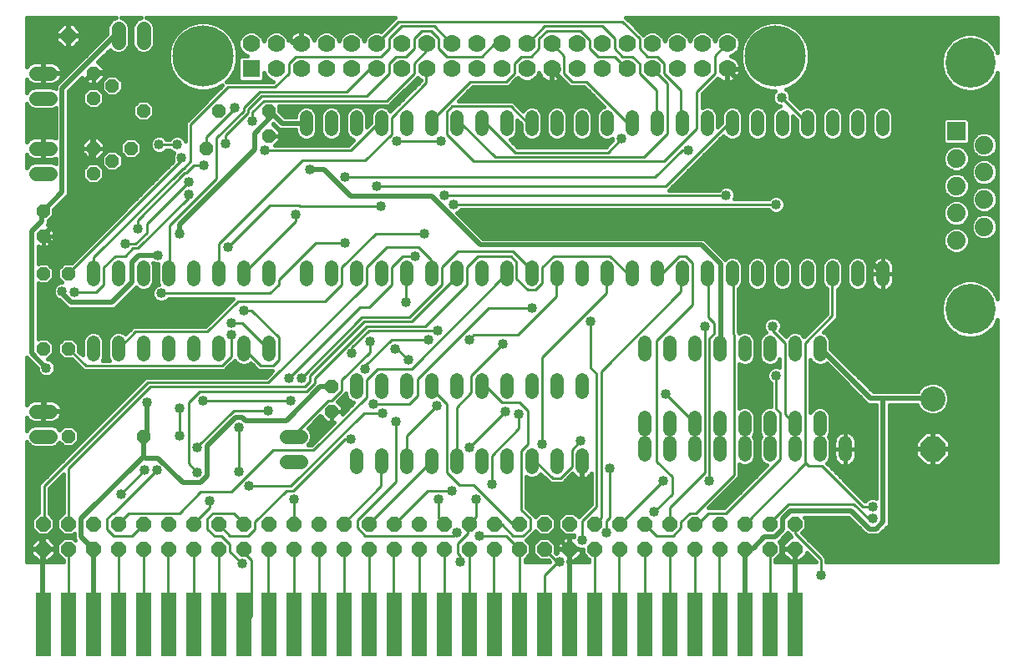
<source format=gbl>
G75*
%MOIN*%
%OFA0B0*%
%FSLAX24Y24*%
%IPPOS*%
%LPD*%
%AMOC8*
5,1,8,0,0,1.08239X$1,22.5*
%
%ADD10R,0.0600X0.2550*%
%ADD11OC8,0.0600*%
%ADD12R,0.0740X0.0740*%
%ADD13C,0.0740*%
%ADD14C,0.2000*%
%ADD15OC8,0.0520*%
%ADD16C,0.0520*%
%ADD17R,0.0700X0.0700*%
%ADD18C,0.0700*%
%ADD19C,0.2441*%
%ADD20C,0.0560*%
%ADD21C,0.1000*%
%ADD22OC8,0.1000*%
%ADD23C,0.0100*%
%ADD24C,0.0400*%
%ADD25C,0.0200*%
%ADD26C,0.0160*%
D10*
X001680Y001900D03*
X002680Y001900D03*
X003680Y001900D03*
X004680Y001900D03*
X005680Y001900D03*
X006680Y001900D03*
X007680Y001900D03*
X008680Y001900D03*
X009680Y001900D03*
X010680Y001900D03*
X011680Y001900D03*
X012680Y001900D03*
X013680Y001900D03*
X014680Y001900D03*
X015680Y001900D03*
X016680Y001900D03*
X017680Y001900D03*
X018680Y001900D03*
X019680Y001900D03*
X020680Y001900D03*
X021680Y001900D03*
X022680Y001900D03*
X023680Y001900D03*
X024680Y001900D03*
X025680Y001900D03*
X026680Y001900D03*
X027680Y001900D03*
X028680Y001900D03*
X029680Y001900D03*
X030680Y001900D03*
X031680Y001900D03*
D11*
X031680Y004900D03*
X030680Y004900D03*
X029680Y004900D03*
X028680Y004900D03*
X027680Y004900D03*
X026680Y004900D03*
X025680Y004900D03*
X024680Y004900D03*
X023680Y004900D03*
X022680Y004900D03*
X021680Y004900D03*
X020680Y004900D03*
X019680Y004900D03*
X018680Y004900D03*
X017680Y004900D03*
X016680Y004900D03*
X015680Y004900D03*
X014680Y004900D03*
X013680Y004900D03*
X012680Y004900D03*
X011680Y004900D03*
X010680Y004900D03*
X009680Y004900D03*
X008680Y004900D03*
X007680Y004900D03*
X006680Y004900D03*
X005680Y004900D03*
X004680Y004900D03*
X003680Y004900D03*
X002680Y004900D03*
X001680Y004900D03*
X001680Y005900D03*
X002680Y005900D03*
X003680Y005900D03*
X004680Y005900D03*
X005680Y005900D03*
X006680Y005900D03*
X007680Y005900D03*
X008680Y005900D03*
X009680Y005900D03*
X010680Y005900D03*
X011680Y005900D03*
X012680Y005900D03*
X013680Y005900D03*
X014680Y005900D03*
X015680Y005900D03*
X016680Y005900D03*
X017680Y005900D03*
X018680Y005900D03*
X019680Y005900D03*
X020680Y005900D03*
X021680Y005900D03*
X022680Y005900D03*
X023680Y005900D03*
X024680Y005900D03*
X025680Y005900D03*
X026680Y005900D03*
X027680Y005900D03*
X028680Y005900D03*
X029680Y005900D03*
X030680Y005900D03*
X031680Y005900D03*
X002680Y025400D03*
D12*
X038121Y021581D03*
D13*
X039239Y021034D03*
X038121Y020491D03*
X039239Y019943D03*
X038121Y019400D03*
X039239Y018857D03*
X038121Y018309D03*
X039239Y017766D03*
X038121Y017219D03*
D14*
X038680Y014479D03*
X038680Y024321D03*
D15*
X013180Y011400D03*
X013180Y010400D03*
X005680Y009400D03*
X002680Y009400D03*
X002680Y012900D03*
X001680Y012900D03*
X001680Y015900D03*
X002680Y015900D03*
X001680Y017400D03*
X001680Y018400D03*
X003680Y019900D03*
X004430Y020400D03*
X003680Y020900D03*
X005180Y020900D03*
X005680Y022400D03*
X004430Y023400D03*
X003680Y023900D03*
X003680Y022900D03*
X008180Y020900D03*
X010680Y021400D03*
X010680Y022400D03*
X008680Y022400D03*
D16*
X012180Y022160D02*
X012180Y021640D01*
X013180Y021640D02*
X013180Y022160D01*
X014180Y022160D02*
X014180Y021640D01*
X015180Y021640D02*
X015180Y022160D01*
X016180Y022160D02*
X016180Y021640D01*
X017180Y021640D02*
X017180Y022160D01*
X018180Y022160D02*
X018180Y021640D01*
X019180Y021640D02*
X019180Y022160D01*
X020180Y022160D02*
X020180Y021640D01*
X021180Y021640D02*
X021180Y022160D01*
X022180Y022160D02*
X022180Y021640D01*
X023180Y021640D02*
X023180Y022160D01*
X024180Y022160D02*
X024180Y021640D01*
X025180Y021640D02*
X025180Y022160D01*
X026180Y022160D02*
X026180Y021640D01*
X027180Y021640D02*
X027180Y022160D01*
X028180Y022160D02*
X028180Y021640D01*
X029180Y021640D02*
X029180Y022160D01*
X030180Y022160D02*
X030180Y021640D01*
X031180Y021640D02*
X031180Y022160D01*
X032180Y022160D02*
X032180Y021640D01*
X033180Y021640D02*
X033180Y022160D01*
X034180Y022160D02*
X034180Y021640D01*
X035180Y021640D02*
X035180Y022160D01*
X035180Y016160D02*
X035180Y015640D01*
X034180Y015640D02*
X034180Y016160D01*
X033180Y016160D02*
X033180Y015640D01*
X032180Y015640D02*
X032180Y016160D01*
X031180Y016160D02*
X031180Y015640D01*
X030180Y015640D02*
X030180Y016160D01*
X029180Y016160D02*
X029180Y015640D01*
X028180Y015640D02*
X028180Y016160D01*
X027180Y016160D02*
X027180Y015640D01*
X026180Y015640D02*
X026180Y016160D01*
X025180Y016160D02*
X025180Y015640D01*
X024180Y015640D02*
X024180Y016160D01*
X023180Y016160D02*
X023180Y015640D01*
X022180Y015640D02*
X022180Y016160D01*
X021180Y016160D02*
X021180Y015640D01*
X020180Y015640D02*
X020180Y016160D01*
X019180Y016160D02*
X019180Y015640D01*
X018180Y015640D02*
X018180Y016160D01*
X017180Y016160D02*
X017180Y015640D01*
X016180Y015640D02*
X016180Y016160D01*
X015180Y016160D02*
X015180Y015640D01*
X014180Y015640D02*
X014180Y016160D01*
X013180Y016160D02*
X013180Y015640D01*
X012180Y015640D02*
X012180Y016160D01*
X010680Y016160D02*
X010680Y015640D01*
X009680Y015640D02*
X009680Y016160D01*
X008680Y016160D02*
X008680Y015640D01*
X007680Y015640D02*
X007680Y016160D01*
X006680Y016160D02*
X006680Y015640D01*
X005680Y015640D02*
X005680Y016160D01*
X004680Y016160D02*
X004680Y015640D01*
X003680Y015640D02*
X003680Y016160D01*
X003680Y013160D02*
X003680Y012640D01*
X004680Y012640D02*
X004680Y013160D01*
X005680Y013160D02*
X005680Y012640D01*
X006680Y012640D02*
X006680Y013160D01*
X007680Y013160D02*
X007680Y012640D01*
X008680Y012640D02*
X008680Y013160D01*
X009680Y013160D02*
X009680Y012640D01*
X010680Y012640D02*
X010680Y013160D01*
X014180Y011660D02*
X014180Y011140D01*
X015180Y011140D02*
X015180Y011660D01*
X016180Y011660D02*
X016180Y011140D01*
X017180Y011140D02*
X017180Y011660D01*
X018180Y011660D02*
X018180Y011140D01*
X019180Y011140D02*
X019180Y011660D01*
X020180Y011660D02*
X020180Y011140D01*
X021180Y011140D02*
X021180Y011660D01*
X022180Y011660D02*
X022180Y011140D01*
X023180Y011140D02*
X023180Y011660D01*
X025680Y012640D02*
X025680Y013160D01*
X026680Y013160D02*
X026680Y012640D01*
X027680Y012640D02*
X027680Y013160D01*
X028680Y013160D02*
X028680Y012640D01*
X029680Y012640D02*
X029680Y013160D01*
X030680Y013160D02*
X030680Y012640D01*
X031680Y012640D02*
X031680Y013160D01*
X032680Y013160D02*
X032680Y012640D01*
X032680Y010160D02*
X032680Y009640D01*
X032680Y009160D02*
X032680Y008640D01*
X031680Y008640D02*
X031680Y009160D01*
X031680Y009640D02*
X031680Y010160D01*
X030680Y010160D02*
X030680Y009640D01*
X030680Y009160D02*
X030680Y008640D01*
X029680Y008640D02*
X029680Y009160D01*
X029680Y009640D02*
X029680Y010160D01*
X028680Y010160D02*
X028680Y009640D01*
X028680Y009160D02*
X028680Y008640D01*
X027680Y008640D02*
X027680Y009160D01*
X027680Y009640D02*
X027680Y010160D01*
X026680Y010160D02*
X026680Y009640D01*
X026680Y009160D02*
X026680Y008640D01*
X025680Y008640D02*
X025680Y009160D01*
X025680Y009640D02*
X025680Y010160D01*
X023180Y008660D02*
X023180Y008140D01*
X022180Y008140D02*
X022180Y008660D01*
X021180Y008660D02*
X021180Y008140D01*
X020180Y008140D02*
X020180Y008660D01*
X019180Y008660D02*
X019180Y008140D01*
X018180Y008140D02*
X018180Y008660D01*
X017180Y008660D02*
X017180Y008140D01*
X016180Y008140D02*
X016180Y008660D01*
X015180Y008660D02*
X015180Y008140D01*
X014180Y008140D02*
X014180Y008660D01*
X033680Y008640D02*
X033680Y009160D01*
D17*
X009975Y024069D03*
D18*
X010975Y024069D03*
X011975Y024069D03*
X012975Y024069D03*
X013975Y024069D03*
X014975Y024069D03*
X015975Y024069D03*
X016975Y024069D03*
X017975Y024069D03*
X018975Y024069D03*
X019975Y024069D03*
X020975Y024069D03*
X021975Y024069D03*
X022975Y024069D03*
X023975Y024069D03*
X024975Y024069D03*
X025975Y024069D03*
X026975Y024069D03*
X027975Y024069D03*
X028975Y024069D03*
X028975Y025069D03*
X027975Y025069D03*
X026975Y025069D03*
X025975Y025069D03*
X024975Y025069D03*
X023975Y025069D03*
X022975Y025069D03*
X021975Y025069D03*
X020975Y025069D03*
X019975Y025069D03*
X018975Y025069D03*
X017975Y025069D03*
X016975Y025069D03*
X015975Y025069D03*
X014975Y025069D03*
X013975Y025069D03*
X012975Y025069D03*
X011975Y025069D03*
X010975Y025069D03*
X009975Y025069D03*
D19*
X008058Y024569D03*
X030893Y024569D03*
D20*
X005680Y025120D02*
X005680Y025680D01*
X004680Y025680D02*
X004680Y025120D01*
X001960Y023900D02*
X001400Y023900D01*
X001400Y022900D02*
X001960Y022900D01*
X001960Y020900D02*
X001400Y020900D01*
X001400Y019900D02*
X001960Y019900D01*
X001960Y010400D02*
X001400Y010400D01*
X001400Y009400D02*
X001960Y009400D01*
X011400Y009400D02*
X011960Y009400D01*
X011960Y008400D02*
X011400Y008400D01*
D21*
X037180Y010900D03*
D22*
X037180Y008900D03*
D23*
X034610Y006105D02*
X034025Y006690D01*
X031415Y006690D01*
X030650Y005925D01*
X030680Y005900D01*
X031680Y005900D02*
X031685Y005880D01*
X031685Y005520D01*
X032720Y004485D01*
X032720Y003855D01*
X030695Y004890D02*
X030680Y004900D01*
X030695Y004890D02*
X030695Y001920D01*
X030680Y001900D01*
X028680Y001900D02*
X028670Y001920D01*
X028670Y004890D01*
X028680Y004900D01*
X027680Y004900D02*
X027680Y001900D01*
X026690Y001920D02*
X026680Y001900D01*
X026690Y001920D02*
X026690Y004890D01*
X026680Y004900D01*
X026825Y005430D02*
X026150Y005430D01*
X025680Y005900D01*
X026060Y006375D02*
X026780Y007095D01*
X026780Y007770D01*
X026150Y008400D01*
X026150Y013215D01*
X027590Y014655D01*
X027590Y016320D01*
X027320Y016590D01*
X027050Y016590D01*
X026375Y015915D01*
X026195Y015915D01*
X026180Y015900D01*
X027140Y015870D02*
X027140Y015195D01*
X023945Y012000D01*
X023945Y006150D01*
X023720Y005925D01*
X023680Y005900D01*
X024170Y006015D02*
X024305Y006150D01*
X024305Y008130D01*
X022775Y008175D02*
X022775Y008850D01*
X023135Y009210D01*
X022775Y008175D02*
X022325Y007725D01*
X022010Y007725D01*
X021335Y008400D01*
X021180Y008400D01*
X020750Y008805D02*
X020750Y006465D01*
X021110Y006105D01*
X021110Y005700D01*
X020840Y005430D01*
X020435Y005430D01*
X019985Y005880D01*
X019715Y005880D01*
X019680Y005900D01*
X018950Y006195D02*
X018680Y005925D01*
X018680Y005900D01*
X018635Y005880D01*
X018635Y005520D01*
X018230Y005115D01*
X018230Y004710D01*
X018320Y004620D01*
X018320Y004395D01*
X018680Y004900D02*
X018680Y001900D01*
X017690Y001920D02*
X017680Y001900D01*
X017690Y001920D02*
X017690Y004890D01*
X017680Y004900D01*
X018050Y005430D02*
X018185Y005565D01*
X018050Y005430D02*
X014540Y005430D01*
X014225Y005745D01*
X014225Y006060D01*
X015755Y007590D01*
X015755Y009975D01*
X015215Y010335D02*
X014495Y010335D01*
X011570Y007410D01*
X009905Y007410D01*
X009185Y007185D02*
X007970Y007185D01*
X007115Y006330D01*
X005090Y006330D01*
X004685Y005925D01*
X004680Y005900D01*
X004505Y006330D02*
X004460Y006330D01*
X004235Y006105D01*
X004235Y005700D01*
X004505Y005430D01*
X005225Y005430D01*
X005675Y005880D01*
X005680Y005900D01*
X004505Y006330D02*
X006215Y008040D01*
X005720Y008040D02*
X004775Y007095D01*
X002705Y008130D02*
X002705Y005925D01*
X002680Y005900D01*
X001715Y005925D02*
X001680Y005900D01*
X001715Y005925D02*
X001715Y007410D01*
X005855Y011550D01*
X010670Y011550D01*
X014585Y015465D01*
X014585Y016140D01*
X015395Y016950D01*
X016655Y016950D01*
X017150Y016455D01*
X017150Y015915D01*
X017180Y015900D01*
X017600Y016140D02*
X017600Y015465D01*
X016295Y014160D01*
X014405Y014160D01*
X011975Y011730D01*
X012335Y011820D02*
X012335Y011595D01*
X012110Y011370D01*
X005945Y011370D01*
X002705Y008130D01*
X007115Y009435D02*
X007115Y010515D01*
X007475Y010740D02*
X007475Y008310D01*
X007835Y007950D01*
X009185Y007185D02*
X010850Y008850D01*
X012470Y008850D01*
X014585Y010965D01*
X014585Y011640D01*
X015035Y012090D01*
X016385Y012090D01*
X020165Y015870D01*
X020180Y015900D01*
X020570Y015690D02*
X020570Y016365D01*
X020345Y016590D01*
X019040Y016590D01*
X018590Y016140D01*
X018590Y015465D01*
X016925Y013800D01*
X014585Y013800D01*
X012515Y011730D01*
X012515Y011505D01*
X012200Y011190D01*
X007925Y011190D01*
X007475Y010740D01*
X008060Y010830D02*
X011570Y010830D01*
X010670Y010425D02*
X009275Y010425D01*
X007835Y008985D01*
X007835Y008940D01*
X009500Y009750D02*
X009500Y007995D01*
X011390Y007230D02*
X010130Y005970D01*
X010130Y005700D01*
X009860Y005430D01*
X009140Y005430D01*
X008690Y005880D01*
X008680Y005900D01*
X008465Y006330D02*
X009275Y006330D01*
X009680Y005925D01*
X009680Y005900D01*
X009140Y005070D02*
X008780Y005430D01*
X008510Y005430D01*
X008240Y005700D01*
X008240Y006105D01*
X008465Y006330D01*
X008330Y006555D02*
X007700Y005925D01*
X007680Y005900D01*
X008330Y006555D02*
X008330Y006825D01*
X009140Y005070D02*
X009140Y004800D01*
X009635Y004305D01*
X009995Y004440D02*
X009680Y004755D01*
X009680Y004900D01*
X009995Y004440D02*
X009995Y002235D01*
X009680Y001920D01*
X009680Y001900D01*
X008690Y001920D02*
X008680Y001900D01*
X008690Y001920D02*
X008690Y004890D01*
X008680Y004900D01*
X007700Y004890D02*
X007680Y004900D01*
X007700Y004890D02*
X007700Y001920D01*
X007680Y001900D01*
X006680Y001900D02*
X006665Y001920D01*
X006665Y004890D01*
X006680Y004900D01*
X005680Y004900D02*
X005675Y004890D01*
X005675Y001920D01*
X005680Y001900D01*
X004685Y001920D02*
X004680Y001900D01*
X004685Y001920D02*
X004685Y004890D01*
X004680Y004900D01*
X002705Y004890D02*
X002680Y004900D01*
X002705Y004890D02*
X002705Y001920D01*
X002680Y001900D01*
X010670Y001920D02*
X010680Y001900D01*
X010670Y001920D02*
X010670Y004890D01*
X010680Y004900D01*
X011680Y004900D02*
X011705Y004890D01*
X011705Y001920D01*
X011680Y001900D01*
X012680Y001900D02*
X012695Y001920D01*
X012695Y004890D01*
X012680Y004900D01*
X013680Y004900D02*
X013685Y004890D01*
X013685Y001920D01*
X013680Y001900D01*
X014675Y001920D02*
X014680Y001900D01*
X014675Y001920D02*
X014675Y004890D01*
X014680Y004900D01*
X015665Y004890D02*
X015680Y004900D01*
X015665Y004890D02*
X015665Y001920D01*
X015680Y001900D01*
X016680Y001900D02*
X016700Y001920D01*
X016700Y004890D01*
X016680Y004900D01*
X017645Y005925D02*
X017465Y006105D01*
X017465Y006870D01*
X017015Y007230D02*
X015710Y005925D01*
X015680Y005900D01*
X014680Y005900D02*
X014675Y005925D01*
X017150Y008400D01*
X017180Y008400D01*
X017780Y007950D02*
X018275Y007455D01*
X018860Y007455D01*
X020390Y005925D01*
X020660Y005925D01*
X020680Y005900D01*
X020165Y005430D02*
X020660Y004935D01*
X020680Y004900D01*
X020705Y004890D01*
X020705Y001920D01*
X020680Y001900D01*
X019680Y001900D02*
X019670Y001920D01*
X019670Y004890D01*
X019680Y004900D01*
X020165Y005430D02*
X019085Y005430D01*
X018950Y006195D02*
X018950Y006870D01*
X019580Y007500D02*
X019580Y008625D01*
X020660Y009705D01*
X020660Y010290D01*
X021020Y010425D02*
X021020Y009075D01*
X020750Y008805D01*
X021605Y009075D02*
X021605Y012540D01*
X024170Y015105D01*
X024170Y015870D01*
X024180Y015900D01*
X024305Y016590D02*
X024980Y015915D01*
X025160Y015915D01*
X025180Y015900D01*
X024305Y016590D02*
X022055Y016590D01*
X021605Y016140D01*
X021605Y015510D01*
X021335Y015240D01*
X021020Y015240D01*
X020570Y015690D01*
X021155Y015915D02*
X021155Y016050D01*
X020435Y016770D01*
X018230Y016770D01*
X017600Y016140D01*
X018140Y015870D02*
X018180Y015900D01*
X018140Y015870D02*
X018140Y015735D01*
X016385Y013980D01*
X014495Y013980D01*
X012335Y011820D01*
X011480Y011730D02*
X014315Y014565D01*
X014675Y014565D01*
X015575Y015465D01*
X015575Y016140D01*
X016025Y016590D01*
X016520Y016590D01*
X016180Y015900D02*
X016160Y015870D01*
X016160Y014745D01*
X017420Y013620D02*
X014675Y013620D01*
X014000Y012945D01*
X014000Y012720D01*
X014720Y012765D02*
X013595Y011640D01*
X013595Y011235D01*
X013190Y010830D01*
X013055Y010830D01*
X011660Y009435D01*
X011680Y009400D01*
X013730Y009300D02*
X011660Y007230D01*
X011390Y007230D01*
X011705Y006870D02*
X011705Y005925D01*
X011680Y005900D01*
X013680Y005900D02*
X013685Y005925D01*
X015170Y007410D01*
X015170Y008400D01*
X015180Y008400D01*
X016180Y008400D02*
X016205Y008400D01*
X016205Y009435D01*
X017375Y010605D01*
X017780Y010695D02*
X017780Y007950D01*
X018180Y008400D02*
X018185Y008400D01*
X018185Y010560D01*
X018770Y011145D01*
X018770Y011820D01*
X020030Y013080D01*
X020615Y013440D02*
X018860Y013440D01*
X018680Y013260D01*
X017060Y013260D02*
X015575Y013260D01*
X014540Y012225D01*
X014540Y012090D01*
X014720Y012765D02*
X014720Y013170D01*
X015710Y012900D02*
X015800Y012900D01*
X016250Y012450D01*
X016610Y011685D02*
X016610Y011010D01*
X016295Y010695D01*
X014855Y010695D01*
X016610Y011685D02*
X019445Y014520D01*
X021200Y014520D01*
X022145Y014970D02*
X020615Y013440D01*
X022145Y014970D02*
X022145Y015870D01*
X022180Y015900D01*
X021180Y015900D02*
X021155Y015915D01*
X023540Y013980D02*
X023540Y012135D01*
X023765Y011910D01*
X023765Y006600D01*
X023180Y006015D01*
X023180Y005250D01*
X023680Y004900D02*
X023675Y004890D01*
X023675Y001920D01*
X023680Y001900D01*
X024665Y001920D02*
X024680Y001900D01*
X024665Y001920D02*
X024665Y004890D01*
X024680Y004900D01*
X024170Y005565D02*
X024170Y006015D01*
X024680Y005900D02*
X024710Y005925D01*
X026420Y007635D01*
X026690Y006555D02*
X026690Y005925D01*
X026680Y005900D01*
X027140Y005970D02*
X027140Y005745D01*
X026825Y005430D01*
X027140Y005970D02*
X027500Y006330D01*
X027725Y006330D01*
X029255Y007860D01*
X029255Y013440D01*
X029210Y013485D01*
X029210Y015870D01*
X029180Y015900D01*
X028220Y015870D02*
X028180Y015900D01*
X028220Y015870D02*
X028220Y014160D01*
X028445Y013935D01*
X028445Y013485D01*
X028265Y013305D01*
X028265Y007635D01*
X028085Y007950D02*
X026690Y006555D01*
X027680Y005925D02*
X027680Y005900D01*
X027680Y005925D02*
X027815Y005925D01*
X028220Y006330D01*
X028940Y006330D01*
X031100Y008490D01*
X031100Y010335D01*
X030920Y010515D01*
X030920Y011820D01*
X031280Y013125D02*
X031280Y010290D01*
X031640Y009930D01*
X031680Y009900D01*
X032090Y008310D02*
X032135Y008310D01*
X032225Y008220D01*
X032765Y008220D01*
X034385Y006600D01*
X034790Y006600D01*
X034790Y006105D02*
X034610Y006105D01*
X032090Y008310D02*
X029680Y005900D01*
X028085Y007950D02*
X028085Y013800D01*
X030785Y013800D02*
X030785Y013620D01*
X031280Y013125D01*
X032090Y013125D02*
X032090Y008310D01*
X027680Y009900D02*
X027680Y009930D01*
X026510Y011100D01*
X021020Y010425D02*
X020705Y010740D01*
X019985Y010740D01*
X019355Y011370D01*
X019220Y011370D01*
X019180Y011400D01*
X020120Y010380D02*
X018680Y008940D01*
X018005Y007230D02*
X017015Y007230D01*
X017645Y005925D02*
X017680Y005900D01*
X021680Y004900D02*
X021695Y004890D01*
X022190Y004395D01*
X022280Y004395D01*
X022190Y004350D01*
X021695Y003855D01*
X021695Y001920D01*
X021680Y001900D01*
X025680Y001900D02*
X025700Y001920D01*
X025700Y004890D01*
X025680Y004900D01*
X017780Y010695D02*
X017195Y011280D01*
X017195Y011370D01*
X017180Y011400D01*
X013955Y009300D02*
X013730Y009300D01*
X010850Y012225D02*
X010355Y012225D01*
X009680Y012900D01*
X009185Y012585D02*
X008825Y012225D01*
X003380Y012225D01*
X002705Y012900D01*
X002680Y012900D01*
X004680Y012900D02*
X004685Y012900D01*
X005360Y013575D01*
X008240Y013575D01*
X009455Y014790D01*
X012920Y014790D01*
X013595Y015465D01*
X013595Y016140D01*
X014945Y017490D01*
X016880Y017490D01*
X015170Y018570D02*
X011930Y018570D01*
X011885Y018615D01*
X010715Y018615D01*
X009050Y016950D01*
X008690Y017085D02*
X008690Y015915D01*
X008680Y015900D01*
X009680Y015915D02*
X009680Y015900D01*
X009680Y015915D02*
X011750Y017985D01*
X011750Y018255D01*
X012560Y017130D02*
X011075Y015645D01*
X011075Y015465D01*
X010715Y015105D01*
X006395Y015105D01*
X006680Y015900D02*
X006710Y015915D01*
X006710Y017805D01*
X008600Y019695D01*
X008600Y021315D01*
X009680Y022395D01*
X009680Y022530D01*
X010310Y023160D01*
X013775Y023160D01*
X014675Y024060D01*
X014945Y024060D01*
X014975Y024069D01*
X015485Y023880D02*
X014585Y022980D01*
X010400Y022980D01*
X009860Y022440D01*
X009860Y022305D01*
X008960Y021405D01*
X008960Y021090D01*
X008195Y020910D02*
X008180Y020900D01*
X008195Y020910D02*
X008195Y021360D01*
X009320Y022485D01*
X009320Y022530D01*
X010040Y022350D02*
X010040Y021990D01*
X010040Y022350D02*
X010490Y022800D01*
X015395Y022800D01*
X016475Y023880D01*
X016475Y024285D01*
X016970Y024780D01*
X016970Y025050D01*
X016975Y025069D01*
X017465Y024870D02*
X017465Y025275D01*
X017150Y025590D01*
X016790Y025590D01*
X016475Y025275D01*
X016475Y024870D01*
X016160Y024555D01*
X015755Y024555D01*
X015485Y024285D01*
X015485Y023880D01*
X015170Y024555D02*
X011750Y024555D01*
X011480Y024285D01*
X011480Y023880D01*
X010940Y023340D01*
X009050Y023340D01*
X007565Y021855D01*
X007565Y020370D01*
X007295Y020100D01*
X007250Y020100D01*
X003695Y016545D01*
X003695Y015915D01*
X003680Y015900D01*
X004100Y016140D02*
X004100Y015465D01*
X003785Y015150D01*
X002930Y015150D01*
X002680Y015900D02*
X002705Y015915D01*
X007205Y020415D01*
X007205Y020505D01*
X007700Y020235D02*
X007385Y019920D01*
X007340Y019920D01*
X005450Y018030D01*
X005450Y017670D01*
X005810Y017535D02*
X005360Y017085D01*
X004955Y017085D01*
X005270Y016905D02*
X004955Y016590D01*
X004550Y016590D01*
X004100Y016140D01*
X005270Y016905D02*
X005450Y016905D01*
X007475Y018930D01*
X007475Y019065D01*
X007475Y019560D02*
X005810Y017895D01*
X005810Y017535D01*
X008690Y017085D02*
X012020Y020415D01*
X014540Y020415D01*
X015575Y021450D01*
X015575Y022125D01*
X016970Y023520D01*
X016970Y024060D01*
X016975Y024069D01*
X017465Y024870D02*
X017780Y024555D01*
X019175Y024555D01*
X019670Y025050D01*
X019940Y025050D01*
X019975Y025069D01*
X020750Y024555D02*
X021155Y024555D01*
X021470Y024870D01*
X021470Y025275D01*
X021785Y025590D01*
X023135Y025590D01*
X023495Y025230D01*
X023495Y024870D01*
X023810Y024555D01*
X024485Y024555D01*
X024935Y024105D01*
X024975Y024069D01*
X025475Y023880D02*
X025475Y024285D01*
X025205Y024555D01*
X024800Y024555D01*
X024485Y024870D01*
X024485Y025275D01*
X023990Y025770D01*
X021695Y025770D01*
X021020Y025095D01*
X020975Y025069D01*
X020750Y024555D02*
X020480Y024285D01*
X020480Y023880D01*
X020165Y023565D01*
X018725Y023565D01*
X017195Y022035D01*
X017195Y021900D01*
X017180Y021900D01*
X017780Y021450D02*
X018860Y020370D01*
X026465Y020370D01*
X027770Y021675D01*
X027770Y023160D01*
X028490Y023880D01*
X028490Y024600D01*
X028940Y025050D01*
X028975Y025069D01*
X027140Y023205D02*
X026465Y023880D01*
X026465Y024285D01*
X026195Y024555D01*
X025790Y024555D01*
X025475Y024870D01*
X025475Y025275D01*
X024800Y025950D01*
X015845Y025950D01*
X014990Y025095D01*
X014975Y025069D01*
X015485Y024870D02*
X015170Y024555D01*
X015485Y024870D02*
X015485Y025275D01*
X015980Y025770D01*
X017285Y025770D01*
X017960Y025095D01*
X017975Y025069D01*
X021975Y025069D02*
X022010Y025050D01*
X022460Y024600D01*
X022460Y023880D01*
X022775Y023565D01*
X023360Y023565D01*
X025025Y021900D01*
X025180Y021900D01*
X024755Y021270D02*
X024215Y020730D01*
X020525Y020730D01*
X019355Y021900D01*
X019180Y021900D01*
X018365Y021900D02*
X019715Y020550D01*
X025655Y020550D01*
X026600Y021495D01*
X026600Y023475D01*
X026015Y024060D01*
X025975Y024069D01*
X025475Y023880D02*
X026150Y023205D01*
X026150Y021900D01*
X026180Y021900D01*
X027140Y021900D02*
X027180Y021900D01*
X027140Y021900D02*
X027140Y023205D01*
X029030Y021900D02*
X026510Y019380D01*
X014990Y019380D01*
X013730Y019740D02*
X026105Y019740D01*
X027185Y020820D01*
X027410Y020820D01*
X029030Y021900D02*
X029180Y021900D01*
X031145Y022935D02*
X032180Y021900D01*
X028940Y019020D02*
X017690Y019020D01*
X018050Y018660D02*
X030920Y018660D01*
X033180Y015900D02*
X033170Y015870D01*
X033170Y014205D01*
X032090Y013125D01*
X027180Y015900D02*
X027140Y015870D01*
X017780Y021450D02*
X017780Y022350D01*
X018005Y022575D01*
X020345Y022575D01*
X021020Y021900D01*
X021180Y021900D01*
X018365Y021900D02*
X018180Y021900D01*
X017555Y021180D02*
X015800Y021180D01*
X015180Y021900D02*
X015035Y021900D01*
X013955Y020820D01*
X010535Y020820D01*
X008105Y020235D02*
X007700Y020235D01*
X007025Y021045D02*
X006305Y021045D01*
X012560Y017130D02*
X013730Y017130D01*
X009995Y014430D02*
X009680Y014430D01*
X009995Y014430D02*
X011075Y013350D01*
X011075Y012450D01*
X010850Y012225D01*
X010680Y012900D02*
X010670Y012900D01*
X009635Y013935D01*
X009185Y013935D01*
X009185Y013440D02*
X009185Y012585D01*
D24*
X009185Y013440D03*
X009185Y013935D03*
X009680Y014430D03*
X008870Y014700D03*
X006395Y015105D03*
X006260Y016635D03*
X004955Y017085D03*
X005450Y017670D03*
X007115Y017490D03*
X009050Y016950D03*
X011750Y018255D03*
X013730Y017130D03*
X015170Y018570D03*
X014990Y019380D03*
X013730Y019740D03*
X012335Y020055D03*
X010535Y020820D03*
X010040Y021990D03*
X009320Y022530D03*
X008960Y021090D03*
X008105Y020235D03*
X007205Y020505D03*
X006710Y020415D03*
X007025Y021045D03*
X006305Y021045D03*
X007475Y019560D03*
X007475Y019065D03*
X002435Y015195D03*
X002930Y015150D03*
X001805Y012135D03*
X005810Y010740D03*
X007115Y010515D03*
X008060Y010830D03*
X009500Y009750D03*
X010670Y010425D03*
X011570Y010830D03*
X011480Y011730D03*
X011975Y011730D03*
X014000Y012720D03*
X014540Y012090D03*
X015710Y012900D03*
X016250Y012450D03*
X017060Y013260D03*
X017420Y013620D03*
X018680Y013260D03*
X020030Y013080D03*
X021200Y014520D03*
X023540Y013980D03*
X028085Y013800D03*
X030785Y013800D03*
X030920Y011820D03*
X026510Y011100D03*
X023135Y009210D03*
X021605Y009075D03*
X020660Y010290D03*
X020120Y010380D03*
X018680Y008940D03*
X019580Y007500D03*
X018950Y006870D03*
X018005Y007230D03*
X017465Y006870D03*
X018185Y005565D03*
X019085Y005430D03*
X018320Y004395D03*
X022280Y004395D03*
X023180Y005250D03*
X024170Y005565D03*
X026060Y006375D03*
X026420Y007635D03*
X028265Y007635D03*
X024305Y008130D03*
X023405Y006915D03*
X017375Y010605D03*
X015755Y009975D03*
X015215Y010335D03*
X014855Y010695D03*
X013955Y009300D03*
X011705Y006870D03*
X009905Y007410D03*
X009500Y007995D03*
X007835Y007950D03*
X007835Y008940D03*
X007115Y009435D03*
X006215Y008040D03*
X005720Y008040D03*
X004775Y007095D03*
X008330Y006825D03*
X009635Y004305D03*
X014720Y013170D03*
X016160Y014745D03*
X016520Y016590D03*
X016880Y017490D03*
X018050Y018660D03*
X017690Y019020D03*
X017555Y021180D03*
X015800Y021180D03*
X024080Y021090D03*
X024755Y021270D03*
X027410Y020820D03*
X028940Y019020D03*
X030920Y018660D03*
X031145Y022935D03*
X034790Y006600D03*
X034790Y006105D03*
X032720Y003855D03*
D25*
X031685Y004890D02*
X031680Y004900D01*
X031685Y004890D02*
X031685Y001920D01*
X031680Y001900D01*
X029705Y001920D02*
X029680Y001900D01*
X029705Y001920D02*
X029705Y004890D01*
X029680Y004900D01*
X029795Y004935D01*
X030020Y004935D01*
X030470Y005385D01*
X030875Y005385D01*
X031190Y005700D01*
X031190Y006105D01*
X031505Y006420D01*
X033935Y006420D01*
X034655Y005700D01*
X034925Y005700D01*
X035195Y005970D01*
X035195Y010920D01*
X037175Y010920D01*
X037180Y010900D01*
X035195Y010920D02*
X034700Y010920D01*
X032720Y012900D01*
X032680Y012900D01*
X028715Y012900D02*
X028680Y012900D01*
X028715Y012900D02*
X028715Y016275D01*
X027950Y017040D01*
X019130Y017040D01*
X017195Y018975D01*
X013955Y018975D01*
X012875Y020055D01*
X012335Y020055D01*
X010130Y020865D02*
X010130Y021495D01*
X010805Y022170D01*
X010680Y022400D01*
X010715Y022395D01*
X011210Y021900D01*
X012180Y021900D01*
X010130Y020865D02*
X007115Y017850D01*
X007115Y017490D01*
X006260Y016635D02*
X005495Y016635D01*
X005225Y016365D01*
X005225Y015555D01*
X004415Y014745D01*
X002795Y014745D01*
X002435Y015105D01*
X002435Y015195D01*
X002030Y015060D02*
X002030Y015600D01*
X002120Y015690D01*
X002120Y016995D01*
X001715Y017400D01*
X001680Y017400D01*
X001760Y017490D01*
X002750Y018480D01*
X002750Y019605D01*
X003605Y020460D01*
X003605Y020820D01*
X003680Y020900D01*
X003650Y020910D01*
X003650Y021360D01*
X005360Y021360D01*
X006305Y020415D01*
X006710Y020415D01*
X003650Y021360D02*
X003650Y022305D01*
X003200Y022755D01*
X003200Y023430D01*
X003605Y023835D01*
X003680Y023900D01*
X003695Y023925D01*
X005180Y023925D01*
X007250Y025995D01*
X010805Y025995D01*
X011705Y025095D01*
X011975Y025095D01*
X011975Y025069D01*
X004680Y025400D02*
X004640Y025365D01*
X004505Y025365D01*
X002435Y023295D01*
X002435Y019155D01*
X001680Y018400D01*
X001625Y018345D01*
X001625Y017985D01*
X001220Y017580D01*
X001220Y012720D01*
X001805Y012135D01*
X002210Y012000D02*
X002210Y013935D01*
X002615Y014340D01*
X002660Y014430D01*
X002030Y015060D01*
X002660Y014430D02*
X004505Y014430D01*
X004775Y014700D01*
X008870Y014700D01*
X012740Y011370D02*
X011390Y010020D01*
X009770Y010020D01*
X009635Y010155D01*
X009365Y010155D01*
X008240Y009030D01*
X008240Y007815D01*
X007970Y007545D01*
X007250Y007545D01*
X006260Y008535D01*
X005765Y008535D01*
X005675Y008580D01*
X003200Y006105D01*
X003200Y005385D01*
X003650Y004935D01*
X003680Y004900D01*
X003695Y004800D01*
X003695Y001920D01*
X003680Y001900D01*
X001680Y001900D02*
X001670Y001920D01*
X001670Y004890D01*
X001680Y004900D01*
X001625Y004980D01*
X001625Y005250D01*
X001175Y005700D01*
X001175Y007230D01*
X003155Y009210D01*
X003155Y009570D01*
X002345Y010380D01*
X001805Y010380D01*
X001680Y010400D01*
X001715Y010425D01*
X001715Y011505D01*
X002210Y012000D01*
X005810Y010740D02*
X005810Y009570D01*
X005720Y009480D01*
X005680Y009400D01*
X005675Y009390D01*
X005675Y008580D01*
X012740Y011370D02*
X013145Y011370D01*
X013180Y011400D01*
X022190Y006105D02*
X022190Y005385D01*
X022640Y004935D01*
X022680Y004900D01*
X022685Y004845D01*
X022685Y001920D01*
X022680Y001900D01*
X022190Y006105D02*
X023180Y007095D01*
X023270Y007050D01*
X023405Y006915D01*
X023180Y007095D02*
X023180Y008400D01*
X030740Y020325D02*
X035150Y015915D01*
X035180Y015900D01*
X030740Y020325D02*
X030740Y022305D01*
X028985Y024060D01*
X028975Y024069D01*
X024080Y021090D02*
X023720Y021450D01*
X023720Y022260D01*
X022010Y023970D01*
X022010Y024060D01*
X021975Y024069D01*
D26*
X021957Y024051D02*
X021994Y024051D01*
X022250Y024051D01*
X022250Y024088D01*
X021994Y024088D01*
X021994Y024051D01*
X021994Y023539D01*
X022017Y023539D01*
X022099Y023552D01*
X022179Y023578D01*
X022253Y023616D01*
X022321Y023665D01*
X022349Y023694D01*
X022373Y023670D01*
X022688Y023355D01*
X023273Y023355D01*
X024062Y022566D01*
X023942Y022516D01*
X023824Y022398D01*
X023760Y022244D01*
X023760Y021556D01*
X023824Y021402D01*
X023942Y021284D01*
X024096Y021220D01*
X024264Y021220D01*
X024395Y021274D01*
X024395Y021207D01*
X024128Y020940D01*
X020612Y020940D01*
X020312Y021240D01*
X020418Y021284D01*
X020536Y021402D01*
X020600Y021556D01*
X020600Y022023D01*
X020760Y021863D01*
X020760Y021556D01*
X020824Y021402D01*
X020942Y021284D01*
X021096Y021220D01*
X021264Y021220D01*
X021418Y021284D01*
X021536Y021402D01*
X021600Y021556D01*
X021600Y022244D01*
X021536Y022398D01*
X021418Y022516D01*
X021264Y022580D01*
X021096Y022580D01*
X020942Y022516D01*
X020824Y022398D01*
X020823Y022394D01*
X020555Y022662D01*
X020432Y022785D01*
X018242Y022785D01*
X018812Y023355D01*
X020252Y023355D01*
X020567Y023670D01*
X020610Y023713D01*
X020686Y023637D01*
X020874Y023559D01*
X021077Y023559D01*
X021264Y023637D01*
X021408Y023780D01*
X021466Y023921D01*
X021484Y023866D01*
X021522Y023792D01*
X021571Y023724D01*
X021630Y023665D01*
X021697Y023616D01*
X021772Y023578D01*
X021851Y023552D01*
X021934Y023539D01*
X021957Y023539D01*
X021957Y024051D01*
X021957Y023968D02*
X021994Y023968D01*
X021994Y023809D02*
X021957Y023809D01*
X021957Y023651D02*
X021994Y023651D01*
X022301Y023651D02*
X022392Y023651D01*
X022551Y023492D02*
X020389Y023492D01*
X020548Y023651D02*
X020673Y023651D01*
X021278Y023651D02*
X021650Y023651D01*
X021513Y023809D02*
X021419Y023809D01*
X020517Y022700D02*
X023928Y022700D01*
X024002Y022541D02*
X023358Y022541D01*
X023418Y022516D02*
X023264Y022580D01*
X023096Y022580D01*
X022942Y022516D01*
X022824Y022398D01*
X022760Y022244D01*
X022760Y021556D01*
X022824Y021402D01*
X022942Y021284D01*
X023096Y021220D01*
X023264Y021220D01*
X023418Y021284D01*
X023536Y021402D01*
X023600Y021556D01*
X023600Y022244D01*
X023536Y022398D01*
X023418Y022516D01*
X023542Y022383D02*
X023818Y022383D01*
X023760Y022224D02*
X023600Y022224D01*
X023600Y022066D02*
X023760Y022066D01*
X023760Y021907D02*
X023600Y021907D01*
X023600Y021749D02*
X023760Y021749D01*
X023760Y021590D02*
X023600Y021590D01*
X023548Y021432D02*
X023812Y021432D01*
X023968Y021273D02*
X023392Y021273D01*
X022968Y021273D02*
X022392Y021273D01*
X022418Y021284D02*
X022536Y021402D01*
X022600Y021556D01*
X022600Y022244D01*
X022536Y022398D01*
X022418Y022516D01*
X022264Y022580D01*
X022096Y022580D01*
X021942Y022516D01*
X021824Y022398D01*
X021760Y022244D01*
X021760Y021556D01*
X021824Y021402D01*
X021942Y021284D01*
X022096Y021220D01*
X022264Y021220D01*
X022418Y021284D01*
X022548Y021432D02*
X022812Y021432D01*
X022760Y021590D02*
X022600Y021590D01*
X022600Y021749D02*
X022760Y021749D01*
X022760Y021907D02*
X022600Y021907D01*
X022600Y022066D02*
X022760Y022066D01*
X022760Y022224D02*
X022600Y022224D01*
X022542Y022383D02*
X022818Y022383D01*
X023002Y022541D02*
X022358Y022541D01*
X022002Y022541D02*
X021358Y022541D01*
X021542Y022383D02*
X021818Y022383D01*
X021760Y022224D02*
X021600Y022224D01*
X021600Y022066D02*
X021760Y022066D01*
X021760Y021907D02*
X021600Y021907D01*
X021600Y021749D02*
X021760Y021749D01*
X021760Y021590D02*
X021600Y021590D01*
X021548Y021432D02*
X021812Y021432D01*
X021968Y021273D02*
X021392Y021273D01*
X020968Y021273D02*
X020392Y021273D01*
X020437Y021115D02*
X024303Y021115D01*
X024392Y021273D02*
X024395Y021273D01*
X024144Y020956D02*
X020596Y020956D01*
X020548Y021432D02*
X020812Y021432D01*
X020760Y021590D02*
X020600Y021590D01*
X020600Y021749D02*
X020760Y021749D01*
X020716Y021907D02*
X020600Y021907D01*
X020676Y022541D02*
X021002Y022541D01*
X018791Y023334D02*
X023294Y023334D01*
X023453Y023175D02*
X018632Y023175D01*
X018474Y023017D02*
X023611Y023017D01*
X023770Y022858D02*
X018315Y022858D01*
X016760Y023607D02*
X015540Y022387D01*
X015536Y022398D01*
X015418Y022516D01*
X015264Y022580D01*
X015096Y022580D01*
X014942Y022516D01*
X014824Y022398D01*
X014760Y022244D01*
X014760Y021922D01*
X014600Y021762D01*
X014600Y022244D01*
X014536Y022398D01*
X014418Y022516D01*
X014264Y022580D01*
X014096Y022580D01*
X013942Y022516D01*
X013824Y022398D01*
X013760Y022244D01*
X013760Y021556D01*
X013824Y021402D01*
X013942Y021284D01*
X014069Y021231D01*
X013868Y021030D01*
X010932Y021030D01*
X011120Y021218D01*
X011120Y021400D01*
X011120Y021582D01*
X010862Y021840D01*
X010843Y021840D01*
X010873Y021870D01*
X011063Y021680D01*
X011158Y021640D01*
X011760Y021640D01*
X011760Y021556D01*
X011824Y021402D01*
X011942Y021284D01*
X012096Y021220D01*
X012264Y021220D01*
X012418Y021284D01*
X012536Y021402D01*
X012600Y021556D01*
X012600Y022244D01*
X012536Y022398D01*
X012418Y022516D01*
X012264Y022580D01*
X012096Y022580D01*
X011942Y022516D01*
X011824Y022398D01*
X011760Y022244D01*
X011760Y022160D01*
X011318Y022160D01*
X011100Y022378D01*
X011100Y022574D01*
X011084Y022590D01*
X015482Y022590D01*
X015605Y022713D01*
X016608Y023716D01*
X016686Y023637D01*
X016760Y023607D01*
X016673Y023651D02*
X016543Y023651D01*
X016645Y023492D02*
X016384Y023492D01*
X016487Y023334D02*
X016226Y023334D01*
X016328Y023175D02*
X016067Y023175D01*
X016170Y023017D02*
X015909Y023017D01*
X016011Y022858D02*
X015750Y022858D01*
X015853Y022700D02*
X015592Y022700D01*
X015694Y022541D02*
X015358Y022541D01*
X015002Y022541D02*
X014358Y022541D01*
X014542Y022383D02*
X014818Y022383D01*
X014760Y022224D02*
X014600Y022224D01*
X014600Y022066D02*
X014760Y022066D01*
X014745Y021907D02*
X014600Y021907D01*
X013760Y021907D02*
X013600Y021907D01*
X013600Y021749D02*
X013760Y021749D01*
X013760Y021590D02*
X013600Y021590D01*
X013600Y021556D02*
X013600Y022244D01*
X013536Y022398D01*
X013418Y022516D01*
X013264Y022580D01*
X013096Y022580D01*
X012942Y022516D01*
X012824Y022398D01*
X012760Y022244D01*
X012760Y021556D01*
X012824Y021402D01*
X012942Y021284D01*
X013096Y021220D01*
X013264Y021220D01*
X013418Y021284D01*
X013536Y021402D01*
X013600Y021556D01*
X013548Y021432D02*
X013812Y021432D01*
X013968Y021273D02*
X013392Y021273D01*
X012968Y021273D02*
X012392Y021273D01*
X012548Y021432D02*
X012812Y021432D01*
X012760Y021590D02*
X012600Y021590D01*
X012600Y021749D02*
X012760Y021749D01*
X012760Y021907D02*
X012600Y021907D01*
X012600Y022066D02*
X012760Y022066D01*
X012760Y022224D02*
X012600Y022224D01*
X012542Y022383D02*
X012818Y022383D01*
X013002Y022541D02*
X012358Y022541D01*
X012002Y022541D02*
X011100Y022541D01*
X011100Y022383D02*
X011818Y022383D01*
X011760Y022224D02*
X011254Y022224D01*
X010994Y021749D02*
X010954Y021749D01*
X011112Y021590D02*
X011760Y021590D01*
X011812Y021432D02*
X011120Y021432D01*
X011120Y021400D02*
X010680Y021400D01*
X010680Y021400D01*
X011120Y021400D01*
X011120Y021273D02*
X011968Y021273D01*
X011017Y021115D02*
X013953Y021115D01*
X013760Y022066D02*
X013600Y022066D01*
X013600Y022224D02*
X013760Y022224D01*
X013818Y022383D02*
X013542Y022383D01*
X013358Y022541D02*
X014002Y022541D01*
X010866Y023563D02*
X010853Y023550D01*
X008991Y023550D01*
X009163Y023722D01*
X009344Y024036D01*
X009438Y024388D01*
X009438Y024751D01*
X009344Y025102D01*
X009163Y025417D01*
X008906Y025674D01*
X008591Y025856D01*
X008240Y025950D01*
X007876Y025950D01*
X007525Y025856D01*
X007210Y025674D01*
X006953Y025417D01*
X006772Y025102D01*
X006677Y024751D01*
X006677Y024388D01*
X006772Y024036D01*
X006953Y023722D01*
X007210Y023465D01*
X007525Y023283D01*
X007876Y023189D01*
X008240Y023189D01*
X008591Y023283D01*
X008840Y023426D01*
X007478Y022065D01*
X007355Y021942D01*
X007355Y021189D01*
X007330Y021249D01*
X007229Y021350D01*
X007097Y021405D01*
X006953Y021405D01*
X006821Y021350D01*
X006726Y021255D01*
X006604Y021255D01*
X006509Y021350D01*
X006377Y021405D01*
X006233Y021405D01*
X006101Y021350D01*
X006000Y021249D01*
X005945Y021117D01*
X005945Y020973D01*
X006000Y020841D01*
X006101Y020740D01*
X006233Y020685D01*
X006377Y020685D01*
X006509Y020740D01*
X006604Y020835D01*
X006726Y020835D01*
X006821Y020740D01*
X006899Y020707D01*
X006845Y020577D01*
X006845Y020433D01*
X006869Y020376D01*
X002813Y016320D01*
X002506Y016320D01*
X002260Y016074D01*
X002260Y015726D01*
X002431Y015555D01*
X002363Y015555D01*
X002231Y015500D01*
X002130Y015399D01*
X002075Y015267D01*
X002075Y015123D01*
X002130Y014991D01*
X002231Y014890D01*
X002319Y014853D01*
X002575Y014598D01*
X002648Y014525D01*
X002743Y014485D01*
X004467Y014485D01*
X004562Y014525D01*
X005372Y015335D01*
X005382Y015344D01*
X005442Y015284D01*
X005596Y015220D01*
X005764Y015220D01*
X005918Y015284D01*
X006036Y015402D01*
X006100Y015556D01*
X006100Y016244D01*
X006066Y016326D01*
X006188Y016275D01*
X006273Y016275D01*
X006260Y016244D01*
X006260Y015556D01*
X006302Y015456D01*
X006191Y015410D01*
X006090Y015309D01*
X006035Y015177D01*
X006035Y015033D01*
X006090Y014901D01*
X006191Y014800D01*
X006323Y014745D01*
X006467Y014745D01*
X006599Y014800D01*
X006694Y014895D01*
X009263Y014895D01*
X008153Y013785D01*
X005273Y013785D01*
X004961Y013473D01*
X004918Y013516D01*
X004764Y013580D01*
X004596Y013580D01*
X004442Y013516D01*
X004324Y013398D01*
X004260Y013244D01*
X004260Y012556D01*
X004310Y012435D01*
X004050Y012435D01*
X004100Y012556D01*
X004100Y013244D01*
X004036Y013398D01*
X003918Y013516D01*
X003764Y013580D01*
X003596Y013580D01*
X003442Y013516D01*
X003324Y013398D01*
X003260Y013244D01*
X003260Y012642D01*
X003100Y012802D01*
X003100Y013074D01*
X002854Y013320D01*
X002506Y013320D01*
X002260Y013074D01*
X002260Y012726D01*
X002506Y012480D01*
X002828Y012480D01*
X003293Y012015D01*
X008912Y012015D01*
X009035Y012138D01*
X009317Y012420D01*
X009324Y012402D01*
X009442Y012284D01*
X009596Y012220D01*
X009764Y012220D01*
X009918Y012284D01*
X009958Y012325D01*
X010268Y012015D01*
X010838Y012015D01*
X010583Y011760D01*
X005768Y011760D01*
X001628Y007620D01*
X001505Y007497D01*
X001505Y006360D01*
X001489Y006360D01*
X001220Y006091D01*
X001220Y005709D01*
X001489Y005440D01*
X001871Y005440D01*
X002140Y005709D01*
X002140Y006091D01*
X001925Y006306D01*
X001925Y007323D01*
X002495Y007893D01*
X002495Y006360D01*
X002489Y006360D01*
X002220Y006091D01*
X002220Y005709D01*
X002489Y005440D01*
X002871Y005440D01*
X002940Y005509D01*
X002940Y005333D01*
X002970Y005260D01*
X002871Y005360D01*
X002489Y005360D01*
X002220Y005091D01*
X002220Y004709D01*
X002489Y004440D01*
X002495Y004440D01*
X002495Y004400D01*
X001010Y004400D01*
X001010Y009192D01*
X001027Y009151D01*
X001151Y009027D01*
X001312Y008960D01*
X002048Y008960D01*
X002209Y009027D01*
X002333Y009151D01*
X002334Y009152D01*
X002506Y008980D01*
X002854Y008980D01*
X003100Y009226D01*
X003100Y009574D01*
X002854Y009820D01*
X002506Y009820D01*
X002334Y009648D01*
X002333Y009649D01*
X002209Y009773D01*
X002048Y009840D01*
X001312Y009840D01*
X001151Y009773D01*
X001027Y009649D01*
X001010Y009608D01*
X001010Y010154D01*
X001049Y010100D01*
X001100Y010049D01*
X001159Y010007D01*
X001223Y009974D01*
X001292Y009951D01*
X001364Y009940D01*
X001670Y009940D01*
X001670Y010390D01*
X001690Y010390D01*
X001690Y010410D01*
X001670Y010410D01*
X001670Y010860D01*
X001364Y010860D01*
X001292Y010849D01*
X001223Y010826D01*
X001159Y010793D01*
X001100Y010751D01*
X001049Y010700D01*
X001010Y010646D01*
X001010Y012562D01*
X001445Y012127D01*
X001445Y012063D01*
X001500Y011931D01*
X001601Y011830D01*
X001733Y011775D01*
X001877Y011775D01*
X002009Y011830D01*
X002110Y011931D01*
X002165Y012063D01*
X002165Y012207D01*
X002110Y012339D01*
X002009Y012440D01*
X001877Y012495D01*
X001869Y012495D01*
X002100Y012726D01*
X002100Y013074D01*
X001854Y013320D01*
X001506Y013320D01*
X001480Y013294D01*
X001480Y015506D01*
X001506Y015480D01*
X001854Y015480D01*
X002100Y015726D01*
X002100Y016074D01*
X001854Y016320D01*
X001506Y016320D01*
X001480Y016294D01*
X001480Y016978D01*
X001498Y016960D01*
X001680Y016960D01*
X001862Y016960D01*
X002120Y017218D01*
X002120Y017400D01*
X002120Y017582D01*
X001862Y017840D01*
X001846Y017840D01*
X001885Y017933D01*
X001885Y018011D01*
X002100Y018226D01*
X002100Y018452D01*
X002655Y019008D01*
X002695Y019103D01*
X002695Y023187D01*
X003240Y023732D01*
X003240Y023718D01*
X003498Y023460D01*
X003680Y023460D01*
X003862Y023460D01*
X004120Y023718D01*
X004120Y023900D01*
X004120Y024082D01*
X003862Y024340D01*
X003848Y024340D01*
X004343Y024835D01*
X004431Y024747D01*
X004592Y024680D01*
X004768Y024680D01*
X004929Y024747D01*
X005053Y024871D01*
X005120Y025032D01*
X005120Y025768D01*
X005053Y025929D01*
X004929Y026053D01*
X004777Y026116D01*
X005583Y026116D01*
X005431Y026053D01*
X005307Y025929D01*
X005240Y025768D01*
X005240Y025032D01*
X005307Y024871D01*
X005431Y024747D01*
X005592Y024680D01*
X005768Y024680D01*
X005929Y024747D01*
X006053Y024871D01*
X006120Y025032D01*
X006120Y025768D01*
X006053Y025929D01*
X005929Y026053D01*
X005777Y026116D01*
X015714Y026116D01*
X015148Y025550D01*
X015077Y025579D01*
X014874Y025579D01*
X014686Y025502D01*
X014543Y025358D01*
X014475Y025195D01*
X014408Y025358D01*
X014264Y025502D01*
X014077Y025579D01*
X013874Y025579D01*
X013686Y025502D01*
X013543Y025358D01*
X013475Y025195D01*
X013408Y025358D01*
X013264Y025502D01*
X013077Y025579D01*
X012874Y025579D01*
X012686Y025502D01*
X012543Y025358D01*
X012485Y025217D01*
X012466Y025273D01*
X012429Y025347D01*
X012380Y025415D01*
X012321Y025474D01*
X012253Y025523D01*
X012179Y025560D01*
X012099Y025586D01*
X012017Y025599D01*
X011994Y025599D01*
X011994Y025088D01*
X011957Y025088D01*
X011957Y025599D01*
X011934Y025599D01*
X011851Y025586D01*
X011772Y025560D01*
X011697Y025523D01*
X011630Y025474D01*
X011571Y025415D01*
X011522Y025347D01*
X011484Y025273D01*
X011466Y025217D01*
X011408Y025358D01*
X011264Y025502D01*
X011077Y025579D01*
X010874Y025579D01*
X010686Y025502D01*
X010543Y025358D01*
X010475Y025195D01*
X010408Y025358D01*
X010264Y025502D01*
X010077Y025579D01*
X009874Y025579D01*
X009686Y025502D01*
X009543Y025358D01*
X009465Y025171D01*
X009465Y024968D01*
X009543Y024780D01*
X009686Y024637D01*
X009826Y024579D01*
X009559Y024579D01*
X009465Y024486D01*
X009465Y023653D01*
X009559Y023559D01*
X010392Y023559D01*
X010485Y023653D01*
X010485Y023920D01*
X010543Y023780D01*
X010686Y023637D01*
X010866Y023563D01*
X010673Y023651D02*
X010483Y023651D01*
X010485Y023809D02*
X010531Y023809D01*
X009465Y023809D02*
X009213Y023809D01*
X009305Y023968D02*
X009465Y023968D01*
X009465Y024126D02*
X009368Y024126D01*
X009411Y024285D02*
X009465Y024285D01*
X009465Y024443D02*
X009438Y024443D01*
X009438Y024602D02*
X009772Y024602D01*
X009563Y024760D02*
X009436Y024760D01*
X009394Y024919D02*
X009486Y024919D01*
X009465Y025077D02*
X009351Y025077D01*
X009267Y025236D02*
X009492Y025236D01*
X009579Y025394D02*
X009176Y025394D01*
X009027Y025553D02*
X009809Y025553D01*
X010141Y025553D02*
X010809Y025553D01*
X010579Y025394D02*
X010372Y025394D01*
X010458Y025236D02*
X010492Y025236D01*
X011141Y025553D02*
X011756Y025553D01*
X011957Y025553D02*
X011994Y025553D01*
X011994Y025394D02*
X011957Y025394D01*
X011957Y025236D02*
X011994Y025236D01*
X012394Y025394D02*
X012579Y025394D01*
X012492Y025236D02*
X012479Y025236D01*
X012194Y025553D02*
X012809Y025553D01*
X013141Y025553D02*
X013809Y025553D01*
X013579Y025394D02*
X013372Y025394D01*
X013458Y025236D02*
X013492Y025236D01*
X014141Y025553D02*
X014809Y025553D01*
X014579Y025394D02*
X014372Y025394D01*
X014458Y025236D02*
X014492Y025236D01*
X015141Y025553D02*
X015151Y025553D01*
X015309Y025711D02*
X008841Y025711D01*
X008539Y025870D02*
X015468Y025870D01*
X015626Y026028D02*
X005954Y026028D01*
X006078Y025870D02*
X007577Y025870D01*
X007275Y025711D02*
X006120Y025711D01*
X006120Y025553D02*
X007089Y025553D01*
X006940Y025394D02*
X006120Y025394D01*
X006120Y025236D02*
X006849Y025236D01*
X006765Y025077D02*
X006120Y025077D01*
X006073Y024919D02*
X006722Y024919D01*
X006680Y024760D02*
X005942Y024760D01*
X005418Y024760D02*
X004942Y024760D01*
X005073Y024919D02*
X005287Y024919D01*
X005240Y025077D02*
X005120Y025077D01*
X005120Y025236D02*
X005240Y025236D01*
X005240Y025394D02*
X005120Y025394D01*
X005120Y025553D02*
X005240Y025553D01*
X005240Y025711D02*
X005120Y025711D01*
X005078Y025870D02*
X005282Y025870D01*
X005406Y026028D02*
X004954Y026028D01*
X004583Y026116D02*
X004431Y026053D01*
X004307Y025929D01*
X004240Y025768D01*
X004240Y025468D01*
X002288Y023515D01*
X002215Y023442D01*
X002175Y023347D01*
X002175Y023287D01*
X002048Y023340D01*
X001312Y023340D01*
X001151Y023273D01*
X001027Y023149D01*
X001010Y023108D01*
X001010Y023654D01*
X001049Y023600D01*
X001100Y023549D01*
X001159Y023507D01*
X001223Y023474D01*
X001292Y023451D01*
X001364Y023440D01*
X001670Y023440D01*
X001670Y023890D01*
X001690Y023890D01*
X001690Y023910D01*
X001670Y023910D01*
X001670Y024360D01*
X001364Y024360D01*
X001292Y024349D01*
X001223Y024326D01*
X001159Y024293D01*
X001100Y024251D01*
X001049Y024200D01*
X001010Y024146D01*
X001010Y026116D01*
X004583Y026116D01*
X004406Y026028D02*
X001010Y026028D01*
X001010Y025870D02*
X002471Y025870D01*
X002481Y025880D02*
X002200Y025599D01*
X002200Y025420D01*
X002660Y025420D01*
X002660Y025880D01*
X002481Y025880D01*
X002660Y025870D02*
X002700Y025870D01*
X002700Y025880D02*
X002879Y025880D01*
X003160Y025599D01*
X003160Y025420D01*
X002700Y025420D01*
X002700Y025380D01*
X003160Y025380D01*
X003160Y025201D01*
X002879Y024920D01*
X002700Y024920D01*
X002700Y025380D01*
X002660Y025380D01*
X002660Y024920D01*
X002481Y024920D01*
X002200Y025201D01*
X002200Y025380D01*
X002660Y025380D01*
X002660Y025420D01*
X002700Y025420D01*
X002700Y025880D01*
X002700Y025711D02*
X002660Y025711D01*
X002660Y025553D02*
X002700Y025553D01*
X002700Y025394D02*
X004166Y025394D01*
X004240Y025553D02*
X003160Y025553D01*
X003048Y025711D02*
X004240Y025711D01*
X004282Y025870D02*
X002889Y025870D01*
X002312Y025711D02*
X001010Y025711D01*
X001010Y025553D02*
X002200Y025553D01*
X002660Y025394D02*
X001010Y025394D01*
X001010Y025236D02*
X002200Y025236D01*
X002324Y025077D02*
X001010Y025077D01*
X001010Y024919D02*
X003691Y024919D01*
X003849Y025077D02*
X003036Y025077D01*
X003160Y025236D02*
X004008Y025236D01*
X004268Y024760D02*
X004418Y024760D01*
X004109Y024602D02*
X006677Y024602D01*
X006677Y024443D02*
X003951Y024443D01*
X003918Y024285D02*
X006705Y024285D01*
X006748Y024126D02*
X004076Y024126D01*
X004120Y023968D02*
X006811Y023968D01*
X006903Y023809D02*
X004615Y023809D01*
X004604Y023820D02*
X004256Y023820D01*
X004010Y023574D01*
X004010Y023226D01*
X004256Y022980D01*
X004604Y022980D01*
X004850Y023226D01*
X004850Y023574D01*
X004604Y023820D01*
X004773Y023651D02*
X007024Y023651D01*
X007183Y023492D02*
X004850Y023492D01*
X004850Y023334D02*
X007437Y023334D01*
X008113Y022700D02*
X005974Y022700D01*
X005854Y022820D02*
X006100Y022574D01*
X006100Y022226D01*
X005854Y021980D01*
X005506Y021980D01*
X005260Y022226D01*
X005260Y022574D01*
X005506Y022820D01*
X005854Y022820D01*
X006100Y022541D02*
X007954Y022541D01*
X007796Y022383D02*
X006100Y022383D01*
X006098Y022224D02*
X007637Y022224D01*
X007479Y022066D02*
X005940Y022066D01*
X005420Y022066D02*
X002695Y022066D01*
X002695Y022224D02*
X005262Y022224D01*
X005260Y022383D02*
X002695Y022383D01*
X002695Y022541D02*
X003445Y022541D01*
X003506Y022480D02*
X003854Y022480D01*
X004100Y022726D01*
X004100Y023074D01*
X003854Y023320D01*
X003506Y023320D01*
X003260Y023074D01*
X003260Y022726D01*
X003506Y022480D01*
X003286Y022700D02*
X002695Y022700D01*
X002695Y022858D02*
X003260Y022858D01*
X003260Y023017D02*
X002695Y023017D01*
X002695Y023175D02*
X003361Y023175D01*
X003466Y023492D02*
X003000Y023492D01*
X003158Y023651D02*
X003307Y023651D01*
X003680Y023651D02*
X003680Y023651D01*
X003680Y023809D02*
X003680Y023809D01*
X003680Y023900D02*
X003680Y023460D01*
X003680Y023900D01*
X004120Y023900D01*
X003680Y023900D01*
X003680Y023900D01*
X003680Y023900D01*
X003680Y023492D02*
X003680Y023492D01*
X003894Y023492D02*
X004010Y023492D01*
X004010Y023334D02*
X002841Y023334D01*
X002423Y023651D02*
X002347Y023651D01*
X002353Y023659D02*
X002311Y023600D01*
X002260Y023549D01*
X002201Y023507D01*
X002137Y023474D01*
X002068Y023451D01*
X001996Y023440D01*
X001690Y023440D01*
X001690Y023890D01*
X002420Y023890D01*
X002420Y023864D01*
X002409Y023792D01*
X002386Y023723D01*
X002353Y023659D01*
X002411Y023809D02*
X002581Y023809D01*
X002420Y023910D02*
X002420Y023936D01*
X002409Y024008D01*
X002386Y024077D01*
X002353Y024141D01*
X002311Y024200D01*
X002260Y024251D01*
X002201Y024293D01*
X002137Y024326D01*
X002068Y024349D01*
X001996Y024360D01*
X001690Y024360D01*
X001690Y023910D01*
X002420Y023910D01*
X002415Y023968D02*
X002740Y023968D01*
X002898Y024126D02*
X002361Y024126D01*
X002213Y024285D02*
X003057Y024285D01*
X003215Y024443D02*
X001010Y024443D01*
X001010Y024285D02*
X001147Y024285D01*
X001010Y024602D02*
X003374Y024602D01*
X003532Y024760D02*
X001010Y024760D01*
X001670Y024285D02*
X001690Y024285D01*
X001690Y024126D02*
X001670Y024126D01*
X001670Y023968D02*
X001690Y023968D01*
X001690Y023809D02*
X001670Y023809D01*
X001670Y023651D02*
X001690Y023651D01*
X001690Y023492D02*
X001670Y023492D01*
X001297Y023334D02*
X001010Y023334D01*
X001010Y023492D02*
X001187Y023492D01*
X001013Y023651D02*
X001010Y023651D01*
X001010Y023175D02*
X001053Y023175D01*
X001010Y022692D02*
X001027Y022651D01*
X001151Y022527D01*
X001312Y022460D01*
X002048Y022460D01*
X002175Y022513D01*
X002175Y021307D01*
X002137Y021326D01*
X002068Y021349D01*
X001996Y021360D01*
X001690Y021360D01*
X001690Y020910D01*
X001670Y020910D01*
X001670Y021360D01*
X001364Y021360D01*
X001292Y021349D01*
X001223Y021326D01*
X001159Y021293D01*
X001100Y021251D01*
X001049Y021200D01*
X001010Y021146D01*
X001010Y022692D01*
X001010Y022541D02*
X001137Y022541D01*
X001010Y022383D02*
X002175Y022383D01*
X002175Y022224D02*
X001010Y022224D01*
X001010Y022066D02*
X002175Y022066D01*
X002175Y021907D02*
X001010Y021907D01*
X001010Y021749D02*
X002175Y021749D01*
X002175Y021590D02*
X001010Y021590D01*
X001010Y021432D02*
X002175Y021432D01*
X001690Y021273D02*
X001670Y021273D01*
X001670Y021115D02*
X001690Y021115D01*
X001690Y020956D02*
X001670Y020956D01*
X001670Y020890D02*
X001690Y020890D01*
X001690Y020440D01*
X001996Y020440D01*
X002068Y020451D01*
X002137Y020474D01*
X002175Y020493D01*
X002175Y020287D01*
X002048Y020340D01*
X001312Y020340D01*
X001151Y020273D01*
X001027Y020149D01*
X001010Y020108D01*
X001010Y020654D01*
X001049Y020600D01*
X001100Y020549D01*
X001159Y020507D01*
X001223Y020474D01*
X001292Y020451D01*
X001364Y020440D01*
X001670Y020440D01*
X001670Y020890D01*
X001670Y020798D02*
X001690Y020798D01*
X001690Y020639D02*
X001670Y020639D01*
X001670Y020481D02*
X001690Y020481D01*
X002091Y020322D02*
X002175Y020322D01*
X002175Y020481D02*
X002150Y020481D01*
X002695Y020481D02*
X003477Y020481D01*
X003498Y020460D02*
X003240Y020718D01*
X003240Y020900D01*
X003680Y020900D01*
X003680Y020900D01*
X003680Y021340D01*
X003862Y021340D01*
X004120Y021082D01*
X004120Y020900D01*
X003680Y020900D01*
X003680Y020900D01*
X003680Y020900D01*
X003680Y021340D01*
X003498Y021340D01*
X003240Y021082D01*
X003240Y020900D01*
X003680Y020900D01*
X004120Y020900D01*
X004120Y020718D01*
X003862Y020460D01*
X003680Y020460D01*
X003680Y020900D01*
X003680Y020900D01*
X003680Y020460D01*
X003498Y020460D01*
X003506Y020320D02*
X003260Y020074D01*
X003260Y019726D01*
X003506Y019480D01*
X003854Y019480D01*
X004100Y019726D01*
X004100Y020074D01*
X003854Y020320D01*
X003506Y020320D01*
X003350Y020164D02*
X002695Y020164D01*
X002695Y020322D02*
X004010Y020322D01*
X004010Y020226D02*
X004256Y019980D01*
X004604Y019980D01*
X004850Y020226D01*
X004850Y020574D01*
X004604Y020820D01*
X004256Y020820D01*
X004010Y020574D01*
X004010Y020226D01*
X004010Y020164D02*
X004072Y020164D01*
X004100Y020005D02*
X004231Y020005D01*
X004100Y019847D02*
X006340Y019847D01*
X006498Y020005D02*
X004629Y020005D01*
X004788Y020164D02*
X006657Y020164D01*
X006815Y020322D02*
X004850Y020322D01*
X004850Y020481D02*
X005005Y020481D01*
X005006Y020480D02*
X005354Y020480D01*
X005600Y020726D01*
X005600Y021074D01*
X005354Y021320D01*
X005006Y021320D01*
X004760Y021074D01*
X004760Y020726D01*
X005006Y020480D01*
X004847Y020639D02*
X004785Y020639D01*
X004760Y020798D02*
X004626Y020798D01*
X004760Y020956D02*
X004120Y020956D01*
X004120Y020798D02*
X004234Y020798D01*
X004075Y020639D02*
X004041Y020639D01*
X004010Y020481D02*
X003883Y020481D01*
X003680Y020481D02*
X003680Y020481D01*
X003680Y020639D02*
X003680Y020639D01*
X003680Y020798D02*
X003680Y020798D01*
X003680Y020956D02*
X003680Y020956D01*
X003680Y021115D02*
X003680Y021115D01*
X003680Y021273D02*
X003680Y021273D01*
X003929Y021273D02*
X004959Y021273D01*
X004801Y021115D02*
X004088Y021115D01*
X003431Y021273D02*
X002695Y021273D01*
X002695Y021115D02*
X003272Y021115D01*
X003240Y020956D02*
X002695Y020956D01*
X002695Y020798D02*
X003240Y020798D01*
X003319Y020639D02*
X002695Y020639D01*
X002695Y020005D02*
X003260Y020005D01*
X003260Y019847D02*
X002695Y019847D01*
X002695Y019688D02*
X003298Y019688D01*
X003456Y019530D02*
X002695Y019530D01*
X002695Y019371D02*
X005864Y019371D01*
X005706Y019213D02*
X002695Y019213D01*
X002675Y019054D02*
X005547Y019054D01*
X005389Y018896D02*
X002543Y018896D01*
X002385Y018737D02*
X005230Y018737D01*
X005072Y018579D02*
X002226Y018579D01*
X002100Y018420D02*
X004913Y018420D01*
X004755Y018262D02*
X002100Y018262D01*
X001977Y018103D02*
X004596Y018103D01*
X004438Y017945D02*
X001885Y017945D01*
X001916Y017786D02*
X004279Y017786D01*
X004121Y017628D02*
X002075Y017628D01*
X002120Y017469D02*
X003962Y017469D01*
X003804Y017311D02*
X002120Y017311D01*
X002120Y017400D02*
X001680Y017400D01*
X002120Y017400D01*
X002054Y017152D02*
X003645Y017152D01*
X003487Y016994D02*
X001896Y016994D01*
X001680Y016994D02*
X001680Y016994D01*
X001680Y016960D02*
X001680Y017400D01*
X001680Y017400D01*
X001680Y017400D01*
X001680Y016960D01*
X001680Y017152D02*
X001680Y017152D01*
X001680Y017311D02*
X001680Y017311D01*
X001480Y016835D02*
X003328Y016835D01*
X003170Y016677D02*
X001480Y016677D01*
X001480Y016518D02*
X003011Y016518D01*
X002853Y016360D02*
X001480Y016360D01*
X001973Y016201D02*
X002387Y016201D01*
X002260Y016043D02*
X002100Y016043D01*
X002100Y015884D02*
X002260Y015884D01*
X002261Y015726D02*
X002099Y015726D01*
X001941Y015567D02*
X002419Y015567D01*
X002139Y015409D02*
X001480Y015409D01*
X001480Y015250D02*
X002075Y015250D01*
X002088Y015092D02*
X001480Y015092D01*
X001480Y014933D02*
X002188Y014933D01*
X002398Y014775D02*
X001480Y014775D01*
X001480Y014616D02*
X002556Y014616D01*
X001480Y014458D02*
X008826Y014458D01*
X008984Y014616D02*
X004654Y014616D01*
X004812Y014775D02*
X006252Y014775D01*
X006077Y014933D02*
X004971Y014933D01*
X005129Y015092D02*
X006035Y015092D01*
X006065Y015250D02*
X005836Y015250D01*
X006039Y015409D02*
X006189Y015409D01*
X006260Y015567D02*
X006100Y015567D01*
X006100Y015726D02*
X006260Y015726D01*
X006260Y015884D02*
X006100Y015884D01*
X006100Y016043D02*
X006260Y016043D01*
X006260Y016201D02*
X006100Y016201D01*
X005524Y015250D02*
X005288Y015250D01*
X006538Y014775D02*
X009143Y014775D01*
X008667Y014299D02*
X001480Y014299D01*
X001480Y014141D02*
X008509Y014141D01*
X008350Y013982D02*
X001480Y013982D01*
X001480Y013824D02*
X008192Y013824D01*
X009294Y012397D02*
X009329Y012397D01*
X009136Y012239D02*
X009552Y012239D01*
X009808Y012239D02*
X010044Y012239D01*
X010203Y012080D02*
X008977Y012080D01*
X010586Y011763D02*
X001010Y011763D01*
X001010Y011605D02*
X005613Y011605D01*
X005454Y011446D02*
X001010Y011446D01*
X001010Y011288D02*
X005296Y011288D01*
X005137Y011129D02*
X001010Y011129D01*
X001010Y010971D02*
X004979Y010971D01*
X004820Y010812D02*
X002165Y010812D01*
X002137Y010826D02*
X002068Y010849D01*
X001996Y010860D01*
X001690Y010860D01*
X001690Y010410D01*
X002420Y010410D01*
X002420Y010436D01*
X002409Y010508D01*
X002386Y010577D01*
X002353Y010641D01*
X002311Y010700D01*
X002260Y010751D01*
X002201Y010793D01*
X002137Y010826D01*
X002344Y010654D02*
X004662Y010654D01*
X004503Y010495D02*
X002411Y010495D01*
X002420Y010390D02*
X001690Y010390D01*
X001690Y009940D01*
X001996Y009940D01*
X002068Y009951D01*
X002137Y009974D01*
X002201Y010007D01*
X002260Y010049D01*
X002311Y010100D01*
X002353Y010159D01*
X002386Y010223D01*
X002409Y010292D01*
X002420Y010364D01*
X002420Y010390D01*
X002416Y010337D02*
X004345Y010337D01*
X004186Y010178D02*
X002363Y010178D01*
X002219Y010020D02*
X004028Y010020D01*
X003869Y009861D02*
X001010Y009861D01*
X001010Y009703D02*
X001080Y009703D01*
X001141Y010020D02*
X001010Y010020D01*
X001670Y010020D02*
X001690Y010020D01*
X001690Y010178D02*
X001670Y010178D01*
X001670Y010337D02*
X001690Y010337D01*
X001690Y010495D02*
X001670Y010495D01*
X001670Y010654D02*
X001690Y010654D01*
X001690Y010812D02*
X001670Y010812D01*
X001195Y010812D02*
X001010Y010812D01*
X001010Y010654D02*
X001016Y010654D01*
X001010Y011922D02*
X001509Y011922D01*
X001445Y012080D02*
X001010Y012080D01*
X001010Y012239D02*
X001334Y012239D01*
X001175Y012397D02*
X001010Y012397D01*
X001010Y012556D02*
X001017Y012556D01*
X001929Y012556D02*
X002431Y012556D01*
X002272Y012714D02*
X002088Y012714D01*
X002100Y012873D02*
X002260Y012873D01*
X002260Y013031D02*
X002100Y013031D01*
X001984Y013190D02*
X002376Y013190D01*
X002984Y013190D02*
X003260Y013190D01*
X003260Y013031D02*
X003100Y013031D01*
X003100Y012873D02*
X003260Y012873D01*
X003260Y012714D02*
X003188Y012714D01*
X002911Y012397D02*
X002052Y012397D01*
X002152Y012239D02*
X003069Y012239D01*
X003228Y012080D02*
X002165Y012080D01*
X002101Y011922D02*
X010745Y011922D01*
X012700Y010178D02*
X012780Y010178D01*
X012740Y010218D02*
X012740Y010218D01*
X012252Y009730D01*
X012333Y009649D01*
X012400Y009488D01*
X012400Y009312D01*
X012333Y009151D01*
X012242Y009060D01*
X012383Y009060D01*
X013283Y009960D01*
X013180Y009960D01*
X013180Y010400D01*
X013620Y010400D01*
X013620Y010582D01*
X013430Y010773D01*
X013760Y011103D01*
X013760Y011056D01*
X013824Y010902D01*
X013942Y010784D01*
X014059Y010736D01*
X013620Y010297D01*
X013620Y010400D01*
X013180Y010400D01*
X013180Y010400D01*
X013180Y010400D01*
X013180Y009960D01*
X012998Y009960D01*
X012740Y010218D01*
X012541Y010020D02*
X012938Y010020D01*
X013180Y010020D02*
X013180Y010020D01*
X013180Y010178D02*
X013180Y010178D01*
X013180Y010337D02*
X013180Y010337D01*
X013620Y010337D02*
X013660Y010337D01*
X013620Y010495D02*
X013818Y010495D01*
X013977Y010654D02*
X013549Y010654D01*
X013469Y010812D02*
X013914Y010812D01*
X013796Y010971D02*
X013628Y010971D01*
X013184Y009861D02*
X012383Y009861D01*
X012280Y009703D02*
X013026Y009703D01*
X012867Y009544D02*
X012377Y009544D01*
X012400Y009386D02*
X012709Y009386D01*
X012550Y009227D02*
X012365Y009227D01*
X012392Y009069D02*
X012251Y009069D01*
X004995Y013507D02*
X004927Y013507D01*
X005153Y013665D02*
X001480Y013665D01*
X001480Y013507D02*
X003433Y013507D01*
X003303Y013348D02*
X001480Y013348D01*
X003927Y013507D02*
X004433Y013507D01*
X004303Y013348D02*
X004057Y013348D01*
X004100Y013190D02*
X004260Y013190D01*
X004260Y013031D02*
X004100Y013031D01*
X004100Y012873D02*
X004260Y012873D01*
X004260Y012714D02*
X004100Y012714D01*
X004100Y012556D02*
X004260Y012556D01*
X003711Y009703D02*
X002971Y009703D01*
X003100Y009544D02*
X003552Y009544D01*
X003394Y009386D02*
X003100Y009386D01*
X003100Y009227D02*
X003235Y009227D01*
X003077Y009069D02*
X002942Y009069D01*
X002918Y008910D02*
X001010Y008910D01*
X001010Y008752D02*
X002760Y008752D01*
X002601Y008593D02*
X001010Y008593D01*
X001010Y008435D02*
X002443Y008435D01*
X002284Y008276D02*
X001010Y008276D01*
X001010Y008118D02*
X002126Y008118D01*
X001967Y007959D02*
X001010Y007959D01*
X001010Y007801D02*
X001809Y007801D01*
X001650Y007642D02*
X001010Y007642D01*
X001010Y007484D02*
X001505Y007484D01*
X001505Y007325D02*
X001010Y007325D01*
X001010Y007167D02*
X001505Y007167D01*
X001505Y007008D02*
X001010Y007008D01*
X001010Y006850D02*
X001505Y006850D01*
X001505Y006691D02*
X001010Y006691D01*
X001010Y006533D02*
X001505Y006533D01*
X001505Y006374D02*
X001010Y006374D01*
X001010Y006216D02*
X001345Y006216D01*
X001220Y006057D02*
X001010Y006057D01*
X001010Y005899D02*
X001220Y005899D01*
X001220Y005740D02*
X001010Y005740D01*
X001010Y005582D02*
X001348Y005582D01*
X001481Y005380D02*
X001200Y005099D01*
X001200Y004920D01*
X001660Y004920D01*
X001660Y005380D01*
X001481Y005380D01*
X001366Y005265D02*
X001010Y005265D01*
X001010Y005423D02*
X002940Y005423D01*
X002966Y005265D02*
X002968Y005265D01*
X002394Y005265D02*
X001994Y005265D01*
X001879Y005380D02*
X002160Y005099D01*
X002160Y004920D01*
X001700Y004920D01*
X001700Y004880D01*
X002160Y004880D01*
X002160Y004701D01*
X001879Y004420D01*
X001700Y004420D01*
X001700Y004880D01*
X001660Y004880D01*
X001660Y004420D01*
X001481Y004420D01*
X001200Y004701D01*
X001200Y004880D01*
X001660Y004880D01*
X001660Y004920D01*
X001700Y004920D01*
X001700Y005380D01*
X001879Y005380D01*
X001700Y005265D02*
X001660Y005265D01*
X001660Y005106D02*
X001700Y005106D01*
X001700Y004948D02*
X001660Y004948D01*
X001660Y004789D02*
X001700Y004789D01*
X001700Y004631D02*
X001660Y004631D01*
X001660Y004472D02*
X001700Y004472D01*
X001931Y004472D02*
X002457Y004472D01*
X002299Y004631D02*
X002089Y004631D01*
X002160Y004789D02*
X002220Y004789D01*
X002220Y004948D02*
X002160Y004948D01*
X002153Y005106D02*
X002235Y005106D01*
X002348Y005582D02*
X002012Y005582D01*
X002140Y005740D02*
X002220Y005740D01*
X002220Y005899D02*
X002140Y005899D01*
X002140Y006057D02*
X002220Y006057D01*
X002345Y006216D02*
X002015Y006216D01*
X001925Y006374D02*
X002495Y006374D01*
X002495Y006533D02*
X001925Y006533D01*
X001925Y006691D02*
X002495Y006691D01*
X002495Y006850D02*
X001925Y006850D01*
X001925Y007008D02*
X002495Y007008D01*
X002495Y007167D02*
X001925Y007167D01*
X001927Y007325D02*
X002495Y007325D01*
X002495Y007484D02*
X002085Y007484D01*
X002244Y007642D02*
X002495Y007642D01*
X002495Y007801D02*
X002402Y007801D01*
X002418Y009069D02*
X002251Y009069D01*
X002280Y009703D02*
X002389Y009703D01*
X001109Y009069D02*
X001010Y009069D01*
X001010Y005106D02*
X001207Y005106D01*
X001200Y004948D02*
X001010Y004948D01*
X001010Y004789D02*
X001200Y004789D01*
X001271Y004631D02*
X001010Y004631D01*
X001010Y004472D02*
X001429Y004472D01*
X020915Y004472D02*
X021457Y004472D01*
X021489Y004440D02*
X021848Y004440D01*
X021888Y004400D01*
X020915Y004400D01*
X020915Y004484D01*
X021140Y004709D01*
X021140Y005091D01*
X020969Y005262D01*
X021050Y005343D01*
X021318Y005611D01*
X021489Y005440D01*
X021871Y005440D01*
X022140Y005709D01*
X022140Y006091D01*
X021871Y006360D01*
X021489Y006360D01*
X021320Y006191D01*
X021320Y006192D01*
X021197Y006315D01*
X020960Y006552D01*
X020960Y007777D01*
X021096Y007720D01*
X021264Y007720D01*
X021418Y007784D01*
X021536Y007902D01*
X021800Y007638D01*
X021923Y007515D01*
X022412Y007515D01*
X022805Y007908D01*
X022844Y007853D01*
X022893Y007804D01*
X022949Y007764D01*
X023011Y007732D01*
X023077Y007711D01*
X023145Y007700D01*
X023180Y007700D01*
X023215Y007700D01*
X023283Y007711D01*
X023349Y007732D01*
X023411Y007764D01*
X023467Y007804D01*
X023516Y007853D01*
X023555Y007908D01*
X023555Y006687D01*
X023093Y006225D01*
X023049Y006181D01*
X022871Y006360D01*
X022489Y006360D01*
X022220Y006091D01*
X022220Y005709D01*
X022489Y005440D01*
X022869Y005440D01*
X022844Y005380D01*
X022700Y005380D01*
X022700Y004920D01*
X022660Y004920D01*
X022660Y005380D01*
X022481Y005380D01*
X022200Y005099D01*
X022200Y004920D01*
X022660Y004920D01*
X022660Y004880D01*
X022200Y004880D01*
X022200Y004752D01*
X022151Y004731D01*
X022140Y004742D01*
X022140Y005091D01*
X021871Y005360D01*
X021489Y005360D01*
X021220Y005091D01*
X021220Y004709D01*
X021489Y004440D01*
X021299Y004631D02*
X021061Y004631D01*
X021140Y004789D02*
X021220Y004789D01*
X021220Y004948D02*
X021140Y004948D01*
X021125Y005106D02*
X021235Y005106D01*
X021394Y005265D02*
X020971Y005265D01*
X021130Y005423D02*
X022862Y005423D01*
X022700Y005265D02*
X022660Y005265D01*
X022660Y005106D02*
X022700Y005106D01*
X022700Y004948D02*
X022660Y004948D01*
X022700Y004920D02*
X023036Y004920D01*
X023108Y004890D01*
X023220Y004890D01*
X023220Y004709D01*
X023465Y004464D01*
X023465Y004400D01*
X022640Y004400D01*
X022640Y004420D01*
X022660Y004420D01*
X022660Y004880D01*
X022700Y004880D01*
X022700Y004920D01*
X022700Y004880D02*
X023160Y004880D01*
X023160Y004701D01*
X022879Y004420D01*
X022700Y004420D01*
X022700Y004880D01*
X022700Y004789D02*
X022660Y004789D01*
X022660Y004631D02*
X022700Y004631D01*
X022700Y004472D02*
X022660Y004472D01*
X022931Y004472D02*
X023457Y004472D01*
X023299Y004631D02*
X023089Y004631D01*
X023160Y004789D02*
X023220Y004789D01*
X022366Y005265D02*
X021966Y005265D01*
X022125Y005106D02*
X022207Y005106D01*
X022200Y004948D02*
X022140Y004948D01*
X022140Y004789D02*
X022200Y004789D01*
X022348Y005582D02*
X022012Y005582D01*
X022140Y005740D02*
X022220Y005740D01*
X022220Y005899D02*
X022140Y005899D01*
X022140Y006057D02*
X022220Y006057D01*
X022345Y006216D02*
X022015Y006216D01*
X021345Y006216D02*
X021296Y006216D01*
X021138Y006374D02*
X023242Y006374D01*
X023084Y006216D02*
X023015Y006216D01*
X023401Y006533D02*
X020979Y006533D01*
X020960Y006691D02*
X023555Y006691D01*
X023555Y006850D02*
X020960Y006850D01*
X020960Y007008D02*
X023555Y007008D01*
X023555Y007167D02*
X020960Y007167D01*
X020960Y007325D02*
X023555Y007325D01*
X023555Y007484D02*
X020960Y007484D01*
X020960Y007642D02*
X021796Y007642D01*
X021638Y007801D02*
X021434Y007801D01*
X022539Y007642D02*
X023555Y007642D01*
X023555Y007801D02*
X023461Y007801D01*
X023180Y007801D02*
X023180Y007801D01*
X023180Y007700D02*
X023180Y008400D01*
X023180Y008400D01*
X023180Y007700D01*
X023180Y007959D02*
X023180Y007959D01*
X023180Y008118D02*
X023180Y008118D01*
X023180Y008276D02*
X023180Y008276D01*
X022899Y007801D02*
X022697Y007801D01*
X021348Y005582D02*
X021288Y005582D01*
X028232Y006540D02*
X029465Y007773D01*
X029465Y008274D01*
X029596Y008220D01*
X029764Y008220D01*
X029918Y008284D01*
X030036Y008402D01*
X030100Y008556D01*
X030100Y009244D01*
X030036Y009398D01*
X030034Y009400D01*
X030036Y009402D01*
X030100Y009556D01*
X030100Y010244D01*
X030036Y010398D01*
X029918Y010516D01*
X029764Y010580D01*
X029596Y010580D01*
X029465Y010526D01*
X029465Y012274D01*
X029596Y012220D01*
X029764Y012220D01*
X029918Y012284D01*
X030036Y012402D01*
X030100Y012556D01*
X030100Y013244D01*
X030036Y013398D01*
X029918Y013516D01*
X029764Y013580D01*
X029596Y013580D01*
X029465Y013526D01*
X029465Y013527D01*
X029420Y013572D01*
X029420Y015286D01*
X029536Y015402D01*
X029600Y015556D01*
X029600Y016244D01*
X029536Y016398D01*
X029418Y016516D01*
X029264Y016580D01*
X029096Y016580D01*
X028942Y016516D01*
X028892Y016466D01*
X028862Y016495D01*
X028170Y017187D01*
X028170Y017187D01*
X028097Y017260D01*
X028002Y017300D01*
X019238Y017300D01*
X018204Y018334D01*
X018254Y018355D01*
X018349Y018450D01*
X030621Y018450D01*
X030716Y018355D01*
X030848Y018300D01*
X030992Y018300D01*
X031124Y018355D01*
X031225Y018456D01*
X031280Y018588D01*
X031280Y018732D01*
X031225Y018864D01*
X031124Y018965D01*
X030992Y019020D01*
X030848Y019020D01*
X030716Y018965D01*
X030621Y018870D01*
X029268Y018870D01*
X029300Y018948D01*
X029300Y019092D01*
X029245Y019224D01*
X029144Y019325D01*
X029012Y019380D01*
X028868Y019380D01*
X028736Y019325D01*
X028641Y019230D01*
X026657Y019230D01*
X026720Y019293D01*
X028827Y021400D01*
X028942Y021284D01*
X029096Y021220D01*
X029264Y021220D01*
X029418Y021284D01*
X029536Y021402D01*
X029600Y021556D01*
X029600Y022244D01*
X029536Y022398D01*
X029418Y022516D01*
X029264Y022580D01*
X029096Y022580D01*
X028942Y022516D01*
X028824Y022398D01*
X028760Y022244D01*
X028760Y021927D01*
X028600Y021767D01*
X028600Y022244D01*
X028536Y022398D01*
X028418Y022516D01*
X028264Y022580D01*
X028096Y022580D01*
X027980Y022532D01*
X027980Y023073D01*
X028577Y023670D01*
X028601Y023694D01*
X028630Y023665D01*
X028697Y023616D01*
X028772Y023578D01*
X028851Y023552D01*
X028934Y023539D01*
X028957Y023539D01*
X028957Y024051D01*
X028994Y024051D01*
X028994Y024088D01*
X029505Y024088D01*
X029505Y024111D01*
X029492Y024193D01*
X029466Y024273D01*
X029429Y024347D01*
X029380Y024415D01*
X029321Y024474D01*
X029253Y024523D01*
X029179Y024560D01*
X029123Y024579D01*
X029264Y024637D01*
X029408Y024780D01*
X029485Y024968D01*
X029485Y025171D01*
X029408Y025358D01*
X029264Y025502D01*
X029077Y025579D01*
X028874Y025579D01*
X028686Y025502D01*
X028543Y025358D01*
X028475Y025195D01*
X028408Y025358D01*
X028264Y025502D01*
X028077Y025579D01*
X027874Y025579D01*
X027686Y025502D01*
X027543Y025358D01*
X027475Y025195D01*
X027408Y025358D01*
X027264Y025502D01*
X027077Y025579D01*
X026874Y025579D01*
X026686Y025502D01*
X026543Y025358D01*
X026475Y025195D01*
X026408Y025358D01*
X026264Y025502D01*
X026077Y025579D01*
X025874Y025579D01*
X025686Y025502D01*
X025616Y025431D01*
X025010Y026037D01*
X024931Y026116D01*
X039770Y026116D01*
X039770Y024735D01*
X039761Y024769D01*
X039608Y025034D01*
X039392Y025249D01*
X039128Y025402D01*
X038833Y025481D01*
X038527Y025481D01*
X038232Y025402D01*
X037968Y025249D01*
X037752Y025034D01*
X037599Y024769D01*
X037520Y024474D01*
X037520Y024169D01*
X037599Y023874D01*
X037752Y023609D01*
X037968Y023393D01*
X038232Y023240D01*
X038527Y023161D01*
X038833Y023161D01*
X039128Y023240D01*
X039392Y023393D01*
X039608Y023609D01*
X039761Y023874D01*
X039770Y023907D01*
X039770Y014893D01*
X039761Y014926D01*
X039608Y015191D01*
X039392Y015407D01*
X039128Y015560D01*
X038833Y015639D01*
X038527Y015639D01*
X038232Y015560D01*
X037968Y015407D01*
X037752Y015191D01*
X037599Y014926D01*
X037520Y014631D01*
X037520Y014326D01*
X037599Y014031D01*
X037752Y013766D01*
X037968Y013551D01*
X038232Y013398D01*
X038527Y013319D01*
X038833Y013319D01*
X039128Y013398D01*
X039392Y013551D01*
X039608Y013766D01*
X039761Y014031D01*
X039770Y014065D01*
X039770Y004400D01*
X032930Y004400D01*
X032930Y004572D01*
X032807Y004695D01*
X031966Y005536D01*
X032140Y005709D01*
X032140Y006091D01*
X032071Y006160D01*
X033827Y006160D01*
X034435Y005553D01*
X034508Y005480D01*
X034603Y005440D01*
X034977Y005440D01*
X035072Y005480D01*
X035342Y005750D01*
X035415Y005823D01*
X035455Y005918D01*
X035455Y010660D01*
X036565Y010660D01*
X036620Y010526D01*
X036806Y010340D01*
X037049Y010240D01*
X037311Y010240D01*
X037554Y010340D01*
X037740Y010526D01*
X037840Y010769D01*
X037840Y011031D01*
X037740Y011274D01*
X037554Y011460D01*
X037311Y011560D01*
X037049Y011560D01*
X036806Y011460D01*
X036620Y011274D01*
X036582Y011180D01*
X034808Y011180D01*
X033100Y012888D01*
X033100Y013244D01*
X033036Y013398D01*
X032918Y013516D01*
X032819Y013557D01*
X033380Y014118D01*
X033380Y015268D01*
X033418Y015284D01*
X033536Y015402D01*
X033600Y015556D01*
X033600Y016244D01*
X033536Y016398D01*
X033418Y016516D01*
X033264Y016580D01*
X033096Y016580D01*
X032942Y016516D01*
X032824Y016398D01*
X032760Y016244D01*
X032760Y015556D01*
X032824Y015402D01*
X032942Y015284D01*
X032960Y015277D01*
X032960Y014292D01*
X032045Y013377D01*
X032036Y013398D01*
X031918Y013516D01*
X031764Y013580D01*
X031596Y013580D01*
X031442Y013516D01*
X031324Y013398D01*
X031318Y013384D01*
X031095Y013607D01*
X031145Y013728D01*
X031145Y013872D01*
X031090Y014004D01*
X030989Y014105D01*
X030857Y014160D01*
X030713Y014160D01*
X030581Y014105D01*
X030480Y014004D01*
X030425Y013872D01*
X030425Y013728D01*
X030480Y013596D01*
X030525Y013551D01*
X030442Y013516D01*
X030324Y013398D01*
X030260Y013244D01*
X030260Y012556D01*
X030324Y012402D01*
X030442Y012284D01*
X030596Y012220D01*
X030764Y012220D01*
X030918Y012284D01*
X031036Y012402D01*
X031070Y012484D01*
X031070Y012148D01*
X030992Y012180D01*
X030848Y012180D01*
X030716Y012125D01*
X030615Y012024D01*
X030560Y011892D01*
X030560Y011748D01*
X030615Y011616D01*
X030710Y011521D01*
X030710Y010580D01*
X030596Y010580D01*
X030442Y010516D01*
X030324Y010398D01*
X030260Y010244D01*
X030260Y009556D01*
X030324Y009402D01*
X030326Y009400D01*
X030324Y009398D01*
X030260Y009244D01*
X030260Y008556D01*
X030324Y008402D01*
X030442Y008284D01*
X030552Y008239D01*
X028853Y006540D01*
X028232Y006540D01*
X028383Y006691D02*
X029004Y006691D01*
X029163Y006850D02*
X028541Y006850D01*
X028700Y007008D02*
X029321Y007008D01*
X029480Y007167D02*
X028858Y007167D01*
X029017Y007325D02*
X029638Y007325D01*
X029797Y007484D02*
X029175Y007484D01*
X029334Y007642D02*
X029955Y007642D01*
X030114Y007801D02*
X029465Y007801D01*
X029465Y007959D02*
X030272Y007959D01*
X030431Y008118D02*
X029465Y008118D01*
X029899Y008276D02*
X030461Y008276D01*
X030311Y008435D02*
X030049Y008435D01*
X030100Y008593D02*
X030260Y008593D01*
X030260Y008752D02*
X030100Y008752D01*
X030100Y008910D02*
X030260Y008910D01*
X030260Y009069D02*
X030100Y009069D01*
X030100Y009227D02*
X030260Y009227D01*
X030319Y009386D02*
X030041Y009386D01*
X030095Y009544D02*
X030265Y009544D01*
X030260Y009703D02*
X030100Y009703D01*
X030100Y009861D02*
X030260Y009861D01*
X030260Y010020D02*
X030100Y010020D01*
X030100Y010178D02*
X030260Y010178D01*
X030299Y010337D02*
X030061Y010337D01*
X029939Y010495D02*
X030421Y010495D01*
X030710Y010654D02*
X029465Y010654D01*
X029465Y010812D02*
X030710Y010812D01*
X030710Y010971D02*
X029465Y010971D01*
X029465Y011129D02*
X030710Y011129D01*
X030710Y011288D02*
X029465Y011288D01*
X029465Y011446D02*
X030710Y011446D01*
X030626Y011605D02*
X029465Y011605D01*
X029465Y011763D02*
X030560Y011763D01*
X030572Y011922D02*
X029465Y011922D01*
X029465Y012080D02*
X030671Y012080D01*
X030552Y012239D02*
X029808Y012239D01*
X029552Y012239D02*
X029465Y012239D01*
X030031Y012397D02*
X030329Y012397D01*
X030260Y012556D02*
X030100Y012556D01*
X030100Y012714D02*
X030260Y012714D01*
X030260Y012873D02*
X030100Y012873D01*
X030100Y013031D02*
X030260Y013031D01*
X030260Y013190D02*
X030100Y013190D01*
X030057Y013348D02*
X030303Y013348D01*
X030433Y013507D02*
X029927Y013507D01*
X029420Y013665D02*
X030451Y013665D01*
X030425Y013824D02*
X029420Y013824D01*
X029420Y013982D02*
X030471Y013982D01*
X030666Y014141D02*
X029420Y014141D01*
X029420Y014299D02*
X032960Y014299D01*
X032960Y014458D02*
X029420Y014458D01*
X029420Y014616D02*
X032960Y014616D01*
X032960Y014775D02*
X029420Y014775D01*
X029420Y014933D02*
X032960Y014933D01*
X032960Y015092D02*
X029420Y015092D01*
X029420Y015250D02*
X030024Y015250D01*
X030096Y015220D02*
X030264Y015220D01*
X030418Y015284D01*
X030536Y015402D01*
X030600Y015556D01*
X030600Y016244D01*
X030536Y016398D01*
X030418Y016516D01*
X030264Y016580D01*
X030096Y016580D01*
X029942Y016516D01*
X029824Y016398D01*
X029760Y016244D01*
X029760Y015556D01*
X029824Y015402D01*
X029942Y015284D01*
X030096Y015220D01*
X030336Y015250D02*
X031024Y015250D01*
X031096Y015220D02*
X030942Y015284D01*
X030824Y015402D01*
X030760Y015556D01*
X030760Y016244D01*
X030824Y016398D01*
X030942Y016516D01*
X031096Y016580D01*
X031264Y016580D01*
X031418Y016516D01*
X031536Y016398D01*
X031600Y016244D01*
X031600Y015556D01*
X031536Y015402D01*
X031418Y015284D01*
X031264Y015220D01*
X031096Y015220D01*
X031336Y015250D02*
X032024Y015250D01*
X032096Y015220D02*
X032264Y015220D01*
X032418Y015284D01*
X032536Y015402D01*
X032600Y015556D01*
X032600Y016244D01*
X032536Y016398D01*
X032418Y016516D01*
X032264Y016580D01*
X032096Y016580D01*
X031942Y016516D01*
X031824Y016398D01*
X031760Y016244D01*
X031760Y015556D01*
X031824Y015402D01*
X031942Y015284D01*
X032096Y015220D01*
X032336Y015250D02*
X032960Y015250D01*
X032821Y015409D02*
X032539Y015409D01*
X032600Y015567D02*
X032760Y015567D01*
X032760Y015726D02*
X032600Y015726D01*
X032600Y015884D02*
X032760Y015884D01*
X032760Y016043D02*
X032600Y016043D01*
X032600Y016201D02*
X032760Y016201D01*
X032808Y016360D02*
X032552Y016360D01*
X032413Y016518D02*
X032947Y016518D01*
X033413Y016518D02*
X033947Y016518D01*
X033942Y016516D02*
X033824Y016398D01*
X033760Y016244D01*
X033760Y015556D01*
X033824Y015402D01*
X033942Y015284D01*
X034096Y015220D01*
X034264Y015220D01*
X034418Y015284D01*
X034536Y015402D01*
X034600Y015556D01*
X034600Y016244D01*
X034536Y016398D01*
X034418Y016516D01*
X034264Y016580D01*
X034096Y016580D01*
X033942Y016516D01*
X033808Y016360D02*
X033552Y016360D01*
X033600Y016201D02*
X033760Y016201D01*
X033760Y016043D02*
X033600Y016043D01*
X033600Y015884D02*
X033760Y015884D01*
X033760Y015726D02*
X033600Y015726D01*
X033600Y015567D02*
X033760Y015567D01*
X033821Y015409D02*
X033539Y015409D01*
X033380Y015250D02*
X034024Y015250D01*
X034336Y015250D02*
X034976Y015250D01*
X034949Y015264D02*
X035011Y015232D01*
X035077Y015211D01*
X035145Y015200D01*
X035180Y015200D01*
X035215Y015200D01*
X035283Y015211D01*
X035349Y015232D01*
X035411Y015264D01*
X035467Y015304D01*
X035516Y015353D01*
X035556Y015409D01*
X035588Y015471D01*
X035609Y015537D01*
X035620Y015605D01*
X035620Y015900D01*
X035620Y016195D01*
X035609Y016263D01*
X035588Y016329D01*
X035556Y016391D01*
X035516Y016447D01*
X035467Y016496D01*
X035411Y016536D01*
X035349Y016568D01*
X035283Y016589D01*
X035215Y016600D01*
X035180Y016600D01*
X035180Y015900D01*
X035620Y015900D01*
X035180Y015900D01*
X035180Y015900D01*
X035180Y015900D01*
X035180Y015200D01*
X035180Y015900D01*
X035180Y015900D01*
X035180Y015900D01*
X034740Y015900D01*
X034740Y016195D01*
X034751Y016263D01*
X034772Y016329D01*
X034804Y016391D01*
X034844Y016447D01*
X034893Y016496D01*
X034949Y016536D01*
X035011Y016568D01*
X035077Y016589D01*
X035145Y016600D01*
X035180Y016600D01*
X035180Y015900D01*
X034740Y015900D01*
X034740Y015605D01*
X034751Y015537D01*
X034772Y015471D01*
X034804Y015409D01*
X034844Y015353D01*
X034893Y015304D01*
X034949Y015264D01*
X034804Y015409D02*
X034539Y015409D01*
X034600Y015567D02*
X034746Y015567D01*
X034740Y015726D02*
X034600Y015726D01*
X034600Y015884D02*
X034740Y015884D01*
X034740Y016043D02*
X034600Y016043D01*
X034600Y016201D02*
X034741Y016201D01*
X034788Y016360D02*
X034552Y016360D01*
X034413Y016518D02*
X034924Y016518D01*
X035180Y016518D02*
X035180Y016518D01*
X035180Y016360D02*
X035180Y016360D01*
X035180Y016201D02*
X035180Y016201D01*
X035180Y016043D02*
X035180Y016043D01*
X035180Y015884D02*
X035180Y015884D01*
X035180Y015726D02*
X035180Y015726D01*
X035180Y015567D02*
X035180Y015567D01*
X035180Y015409D02*
X035180Y015409D01*
X035180Y015250D02*
X035180Y015250D01*
X035384Y015250D02*
X037811Y015250D01*
X037694Y015092D02*
X033380Y015092D01*
X033380Y014933D02*
X037603Y014933D01*
X037558Y014775D02*
X033380Y014775D01*
X033380Y014616D02*
X037520Y014616D01*
X037520Y014458D02*
X033380Y014458D01*
X033380Y014299D02*
X037527Y014299D01*
X037570Y014141D02*
X033380Y014141D01*
X033244Y013982D02*
X037627Y013982D01*
X037719Y013824D02*
X033086Y013824D01*
X032927Y013665D02*
X037853Y013665D01*
X038044Y013507D02*
X032927Y013507D01*
X033057Y013348D02*
X038418Y013348D01*
X038942Y013348D02*
X039770Y013348D01*
X039770Y013190D02*
X033100Y013190D01*
X033100Y013031D02*
X039770Y013031D01*
X039770Y012873D02*
X033115Y012873D01*
X033274Y012714D02*
X039770Y012714D01*
X039770Y012556D02*
X033432Y012556D01*
X033591Y012397D02*
X039770Y012397D01*
X039770Y012239D02*
X033749Y012239D01*
X033908Y012080D02*
X039770Y012080D01*
X039770Y011922D02*
X034066Y011922D01*
X034225Y011763D02*
X039770Y011763D01*
X039770Y011605D02*
X034383Y011605D01*
X034542Y011446D02*
X036793Y011446D01*
X036634Y011288D02*
X034700Y011288D01*
X034282Y010971D02*
X032300Y010971D01*
X032300Y011129D02*
X034123Y011129D01*
X033965Y011288D02*
X032300Y011288D01*
X032300Y011446D02*
X033806Y011446D01*
X033648Y011605D02*
X032300Y011605D01*
X032300Y011763D02*
X033489Y011763D01*
X033331Y011922D02*
X032300Y011922D01*
X032300Y012080D02*
X033172Y012080D01*
X033014Y012239D02*
X032808Y012239D01*
X032764Y012220D02*
X032918Y012284D01*
X032943Y012309D01*
X034553Y010700D01*
X034648Y010660D01*
X034935Y010660D01*
X034935Y006930D01*
X034862Y006960D01*
X034718Y006960D01*
X034586Y006905D01*
X034491Y006810D01*
X034472Y006810D01*
X032975Y008307D01*
X032958Y008324D01*
X033036Y008402D01*
X033100Y008556D01*
X033100Y009244D01*
X033036Y009398D01*
X033034Y009400D01*
X033036Y009402D01*
X033100Y009556D01*
X033100Y010244D01*
X033036Y010398D01*
X032918Y010516D01*
X032764Y010580D01*
X032596Y010580D01*
X032442Y010516D01*
X032324Y010398D01*
X032300Y010340D01*
X032300Y012460D01*
X032324Y012402D01*
X032442Y012284D01*
X032596Y012220D01*
X032764Y012220D01*
X032552Y012239D02*
X032300Y012239D01*
X032300Y012397D02*
X032329Y012397D01*
X031070Y012397D02*
X031031Y012397D01*
X031070Y012239D02*
X030808Y012239D01*
X031195Y013507D02*
X031433Y013507D01*
X031119Y013665D02*
X032333Y013665D01*
X032175Y013507D02*
X031927Y013507D01*
X032492Y013824D02*
X031145Y013824D01*
X031099Y013982D02*
X032650Y013982D01*
X032809Y014141D02*
X030904Y014141D01*
X030821Y015409D02*
X030539Y015409D01*
X030600Y015567D02*
X030760Y015567D01*
X030760Y015726D02*
X030600Y015726D01*
X030600Y015884D02*
X030760Y015884D01*
X030760Y016043D02*
X030600Y016043D01*
X030600Y016201D02*
X030760Y016201D01*
X030808Y016360D02*
X030552Y016360D01*
X030413Y016518D02*
X030947Y016518D01*
X031413Y016518D02*
X031947Y016518D01*
X031808Y016360D02*
X031552Y016360D01*
X031600Y016201D02*
X031760Y016201D01*
X031760Y016043D02*
X031600Y016043D01*
X031600Y015884D02*
X031760Y015884D01*
X031760Y015726D02*
X031600Y015726D01*
X031600Y015567D02*
X031760Y015567D01*
X031821Y015409D02*
X031539Y015409D01*
X029821Y015409D02*
X029539Y015409D01*
X029600Y015567D02*
X029760Y015567D01*
X029760Y015726D02*
X029600Y015726D01*
X029600Y015884D02*
X029760Y015884D01*
X029760Y016043D02*
X029600Y016043D01*
X029600Y016201D02*
X029760Y016201D01*
X029808Y016360D02*
X029552Y016360D01*
X029413Y016518D02*
X029947Y016518D01*
X028947Y016518D02*
X028840Y016518D01*
X028862Y016495D02*
X028862Y016495D01*
X028681Y016677D02*
X039770Y016677D01*
X039770Y016835D02*
X038487Y016835D01*
X038421Y016770D02*
X038570Y016919D01*
X038651Y017113D01*
X038651Y017324D01*
X038570Y017519D01*
X038421Y017668D01*
X038226Y017749D01*
X038016Y017749D01*
X037821Y017668D01*
X037672Y017519D01*
X037591Y017324D01*
X037591Y017113D01*
X037672Y016919D01*
X037821Y016770D01*
X038016Y016689D01*
X038226Y016689D01*
X038421Y016770D01*
X038601Y016994D02*
X039770Y016994D01*
X039770Y017152D02*
X038651Y017152D01*
X038651Y017311D02*
X038954Y017311D01*
X038939Y017317D02*
X039134Y017236D01*
X039344Y017236D01*
X039539Y017317D01*
X039688Y017466D01*
X039769Y017661D01*
X039769Y017872D01*
X039688Y018066D01*
X039539Y018215D01*
X039344Y018296D01*
X039134Y018296D01*
X038939Y018215D01*
X038790Y018066D01*
X038709Y017872D01*
X038709Y017661D01*
X038790Y017466D01*
X038939Y017317D01*
X038788Y017469D02*
X038591Y017469D01*
X038462Y017628D02*
X038723Y017628D01*
X038709Y017786D02*
X038242Y017786D01*
X038226Y017779D02*
X038421Y017860D01*
X038570Y018009D01*
X038651Y018204D01*
X038651Y018415D01*
X038570Y018610D01*
X038421Y018759D01*
X038226Y018839D01*
X038016Y018839D01*
X037821Y018759D01*
X037672Y018610D01*
X037591Y018415D01*
X037591Y018204D01*
X037672Y018009D01*
X037821Y017860D01*
X038016Y017779D01*
X038226Y017779D01*
X038000Y017786D02*
X018752Y017786D01*
X018910Y017628D02*
X037780Y017628D01*
X037651Y017469D02*
X019069Y017469D01*
X019227Y017311D02*
X037591Y017311D01*
X037591Y017152D02*
X028206Y017152D01*
X028364Y016994D02*
X037641Y016994D01*
X037755Y016835D02*
X028523Y016835D01*
X030651Y018420D02*
X018319Y018420D01*
X018276Y018262D02*
X037591Y018262D01*
X037593Y018420D02*
X031189Y018420D01*
X031276Y018579D02*
X037659Y018579D01*
X037799Y018737D02*
X031278Y018737D01*
X031194Y018896D02*
X037954Y018896D01*
X038016Y018870D02*
X038226Y018870D01*
X038421Y018951D01*
X038570Y019100D01*
X038651Y019295D01*
X038651Y019505D01*
X038570Y019700D01*
X038421Y019849D01*
X038226Y019930D01*
X038016Y019930D01*
X037821Y019849D01*
X037672Y019700D01*
X037591Y019505D01*
X037591Y019295D01*
X037672Y019100D01*
X037821Y018951D01*
X038016Y018870D01*
X038288Y018896D02*
X038709Y018896D01*
X038709Y018962D02*
X038709Y018751D01*
X038790Y018556D01*
X038939Y018407D01*
X039134Y018327D01*
X039344Y018327D01*
X039539Y018407D01*
X039688Y018556D01*
X039769Y018751D01*
X039769Y018962D01*
X039688Y019157D01*
X039539Y019306D01*
X039344Y019387D01*
X039134Y019387D01*
X038939Y019306D01*
X038790Y019157D01*
X038709Y018962D01*
X038747Y019054D02*
X038525Y019054D01*
X038617Y019213D02*
X038845Y019213D01*
X038651Y019371D02*
X039096Y019371D01*
X039134Y019413D02*
X039344Y019413D01*
X039539Y019494D01*
X039688Y019643D01*
X039769Y019838D01*
X039769Y020049D01*
X039688Y020244D01*
X039539Y020393D01*
X039344Y020473D01*
X039134Y020473D01*
X038939Y020393D01*
X038790Y020244D01*
X038709Y020049D01*
X038709Y019838D01*
X038790Y019643D01*
X038939Y019494D01*
X039134Y019413D01*
X039382Y019371D02*
X039770Y019371D01*
X039770Y019213D02*
X039633Y019213D01*
X039731Y019054D02*
X039770Y019054D01*
X039769Y018896D02*
X039770Y018896D01*
X039763Y018737D02*
X039770Y018737D01*
X039770Y018579D02*
X039698Y018579D01*
X039770Y018420D02*
X039552Y018420D01*
X039428Y018262D02*
X039770Y018262D01*
X039770Y018103D02*
X039652Y018103D01*
X039739Y017945D02*
X039770Y017945D01*
X039769Y017786D02*
X039770Y017786D01*
X039755Y017628D02*
X039770Y017628D01*
X039770Y017469D02*
X039690Y017469D01*
X039770Y017311D02*
X039524Y017311D01*
X038739Y017945D02*
X038506Y017945D01*
X038609Y018103D02*
X038826Y018103D01*
X038651Y018262D02*
X039050Y018262D01*
X038926Y018420D02*
X038649Y018420D01*
X038583Y018579D02*
X038781Y018579D01*
X038715Y018737D02*
X038443Y018737D01*
X037717Y019054D02*
X029300Y019054D01*
X029278Y018896D02*
X030646Y018896D01*
X029250Y019213D02*
X037625Y019213D01*
X037591Y019371D02*
X029033Y019371D01*
X028847Y019371D02*
X026798Y019371D01*
X026957Y019530D02*
X037601Y019530D01*
X037667Y019688D02*
X027115Y019688D01*
X027274Y019847D02*
X037818Y019847D01*
X037908Y020005D02*
X027432Y020005D01*
X027591Y020164D02*
X037698Y020164D01*
X037672Y020190D02*
X037821Y020041D01*
X038016Y019961D01*
X038226Y019961D01*
X038421Y020041D01*
X038570Y020190D01*
X038651Y020385D01*
X038651Y020596D01*
X038570Y020791D01*
X038421Y020940D01*
X038226Y021021D01*
X038016Y021021D01*
X037821Y020940D01*
X037672Y020791D01*
X037591Y020596D01*
X037591Y020385D01*
X037672Y020190D01*
X037617Y020322D02*
X027749Y020322D01*
X027908Y020481D02*
X037591Y020481D01*
X037609Y020639D02*
X028066Y020639D01*
X028225Y020798D02*
X037678Y020798D01*
X037860Y020956D02*
X028383Y020956D01*
X028542Y021115D02*
X037621Y021115D01*
X037591Y021145D02*
X037685Y021051D01*
X038557Y021051D01*
X038651Y021145D01*
X038651Y022017D01*
X038557Y022111D01*
X037685Y022111D01*
X037591Y022017D01*
X037591Y021145D01*
X037591Y021273D02*
X035392Y021273D01*
X035418Y021284D02*
X035536Y021402D01*
X035600Y021556D01*
X035600Y022244D01*
X035536Y022398D01*
X035418Y022516D01*
X035264Y022580D01*
X035096Y022580D01*
X034942Y022516D01*
X034824Y022398D01*
X034760Y022244D01*
X034760Y021556D01*
X034824Y021402D01*
X034942Y021284D01*
X035096Y021220D01*
X035264Y021220D01*
X035418Y021284D01*
X035548Y021432D02*
X037591Y021432D01*
X037591Y021590D02*
X035600Y021590D01*
X035600Y021749D02*
X037591Y021749D01*
X037591Y021907D02*
X035600Y021907D01*
X035600Y022066D02*
X037639Y022066D01*
X038603Y022066D02*
X039770Y022066D01*
X039770Y022224D02*
X035600Y022224D01*
X035542Y022383D02*
X039770Y022383D01*
X039770Y022541D02*
X035358Y022541D01*
X035002Y022541D02*
X034358Y022541D01*
X034418Y022516D02*
X034264Y022580D01*
X034096Y022580D01*
X033942Y022516D01*
X033824Y022398D01*
X033760Y022244D01*
X033760Y021556D01*
X033824Y021402D01*
X033942Y021284D01*
X034096Y021220D01*
X034264Y021220D01*
X034418Y021284D01*
X034536Y021402D01*
X034600Y021556D01*
X034600Y022244D01*
X034536Y022398D01*
X034418Y022516D01*
X034542Y022383D02*
X034818Y022383D01*
X034760Y022224D02*
X034600Y022224D01*
X034600Y022066D02*
X034760Y022066D01*
X034760Y021907D02*
X034600Y021907D01*
X034600Y021749D02*
X034760Y021749D01*
X034760Y021590D02*
X034600Y021590D01*
X034548Y021432D02*
X034812Y021432D01*
X034968Y021273D02*
X034392Y021273D01*
X033968Y021273D02*
X033392Y021273D01*
X033418Y021284D02*
X033536Y021402D01*
X033600Y021556D01*
X033600Y022244D01*
X033536Y022398D01*
X033418Y022516D01*
X033264Y022580D01*
X033096Y022580D01*
X032942Y022516D01*
X032824Y022398D01*
X032760Y022244D01*
X032760Y021556D01*
X032824Y021402D01*
X032942Y021284D01*
X033096Y021220D01*
X033264Y021220D01*
X033418Y021284D01*
X033548Y021432D02*
X033812Y021432D01*
X033760Y021590D02*
X033600Y021590D01*
X033600Y021749D02*
X033760Y021749D01*
X033760Y021907D02*
X033600Y021907D01*
X033600Y022066D02*
X033760Y022066D01*
X033760Y022224D02*
X033600Y022224D01*
X033542Y022383D02*
X033818Y022383D01*
X034002Y022541D02*
X033358Y022541D01*
X033002Y022541D02*
X032358Y022541D01*
X032418Y022516D02*
X032264Y022580D01*
X032096Y022580D01*
X031942Y022516D01*
X031902Y022475D01*
X031505Y022872D01*
X031505Y023007D01*
X031450Y023139D01*
X031349Y023240D01*
X031316Y023254D01*
X031425Y023283D01*
X031740Y023465D01*
X031997Y023722D01*
X032179Y024036D01*
X032273Y024388D01*
X032273Y024751D01*
X032179Y025102D01*
X031997Y025417D01*
X031740Y025674D01*
X031425Y025856D01*
X031074Y025950D01*
X030711Y025950D01*
X030360Y025856D01*
X030045Y025674D01*
X029788Y025417D01*
X029606Y025102D01*
X029512Y024751D01*
X029512Y024388D01*
X029606Y024036D01*
X029788Y023722D01*
X030045Y023465D01*
X030360Y023283D01*
X030711Y023189D01*
X030890Y023189D01*
X030840Y023139D01*
X030785Y023007D01*
X030785Y022863D01*
X030840Y022731D01*
X030941Y022630D01*
X031073Y022575D01*
X031084Y022575D01*
X030942Y022516D01*
X030824Y022398D01*
X030760Y022244D01*
X030760Y021556D01*
X030824Y021402D01*
X030942Y021284D01*
X031096Y021220D01*
X031264Y021220D01*
X031418Y021284D01*
X031536Y021402D01*
X031600Y021556D01*
X031600Y022183D01*
X031760Y022023D01*
X031760Y021556D01*
X031824Y021402D01*
X031942Y021284D01*
X032096Y021220D01*
X032264Y021220D01*
X032418Y021284D01*
X032536Y021402D01*
X032600Y021556D01*
X032600Y022244D01*
X032536Y022398D01*
X032418Y022516D01*
X032542Y022383D02*
X032818Y022383D01*
X032760Y022224D02*
X032600Y022224D01*
X032600Y022066D02*
X032760Y022066D01*
X032760Y021907D02*
X032600Y021907D01*
X032600Y021749D02*
X032760Y021749D01*
X032760Y021590D02*
X032600Y021590D01*
X032548Y021432D02*
X032812Y021432D01*
X032968Y021273D02*
X032392Y021273D01*
X031968Y021273D02*
X031392Y021273D01*
X031548Y021432D02*
X031812Y021432D01*
X031760Y021590D02*
X031600Y021590D01*
X031600Y021749D02*
X031760Y021749D01*
X031760Y021907D02*
X031600Y021907D01*
X031600Y022066D02*
X031717Y022066D01*
X031836Y022541D02*
X032002Y022541D01*
X031677Y022700D02*
X039770Y022700D01*
X039770Y022858D02*
X031519Y022858D01*
X031501Y023017D02*
X039770Y023017D01*
X039770Y023175D02*
X038884Y023175D01*
X038476Y023175D02*
X031414Y023175D01*
X031513Y023334D02*
X038071Y023334D01*
X037869Y023492D02*
X031768Y023492D01*
X031926Y023651D02*
X037728Y023651D01*
X037636Y023809D02*
X032048Y023809D01*
X032139Y023968D02*
X037574Y023968D01*
X037531Y024126D02*
X032203Y024126D01*
X032245Y024285D02*
X037520Y024285D01*
X037520Y024443D02*
X032273Y024443D01*
X032273Y024602D02*
X037554Y024602D01*
X037597Y024760D02*
X032271Y024760D01*
X032228Y024919D02*
X037685Y024919D01*
X037795Y025077D02*
X032186Y025077D01*
X032102Y025236D02*
X037954Y025236D01*
X038218Y025394D02*
X032010Y025394D01*
X031862Y025553D02*
X039770Y025553D01*
X039770Y025711D02*
X031676Y025711D01*
X031374Y025870D02*
X039770Y025870D01*
X039770Y026028D02*
X025019Y026028D01*
X025177Y025870D02*
X030411Y025870D01*
X030109Y025711D02*
X025336Y025711D01*
X025494Y025553D02*
X025809Y025553D01*
X026141Y025553D02*
X026809Y025553D01*
X026579Y025394D02*
X026372Y025394D01*
X026458Y025236D02*
X026492Y025236D01*
X027141Y025553D02*
X027809Y025553D01*
X027579Y025394D02*
X027372Y025394D01*
X027458Y025236D02*
X027492Y025236D01*
X028372Y025394D02*
X028579Y025394D01*
X028492Y025236D02*
X028458Y025236D01*
X028141Y025553D02*
X028809Y025553D01*
X029141Y025553D02*
X029924Y025553D01*
X029775Y025394D02*
X029372Y025394D01*
X029458Y025236D02*
X029683Y025236D01*
X029599Y025077D02*
X029485Y025077D01*
X029465Y024919D02*
X029557Y024919D01*
X029515Y024760D02*
X029387Y024760D01*
X029512Y024602D02*
X029179Y024602D01*
X029351Y024443D02*
X029512Y024443D01*
X029540Y024285D02*
X029460Y024285D01*
X029503Y024126D02*
X029582Y024126D01*
X029505Y024051D02*
X028994Y024051D01*
X028994Y023539D01*
X029017Y023539D01*
X029099Y023552D01*
X029179Y023578D01*
X029253Y023616D01*
X029321Y023665D01*
X029380Y023724D01*
X029429Y023792D01*
X029466Y023866D01*
X029492Y023945D01*
X029505Y024028D01*
X029505Y024051D01*
X029496Y023968D02*
X029646Y023968D01*
X029737Y023809D02*
X029438Y023809D01*
X029301Y023651D02*
X029859Y023651D01*
X030018Y023492D02*
X028399Y023492D01*
X028241Y023334D02*
X030272Y023334D01*
X030789Y023017D02*
X027980Y023017D01*
X027980Y022858D02*
X030787Y022858D01*
X030871Y022700D02*
X027980Y022700D01*
X027980Y022541D02*
X028002Y022541D01*
X028358Y022541D02*
X029002Y022541D01*
X028818Y022383D02*
X028542Y022383D01*
X028600Y022224D02*
X028760Y022224D01*
X028760Y022066D02*
X028600Y022066D01*
X028600Y021907D02*
X028740Y021907D01*
X028700Y021273D02*
X028968Y021273D01*
X029392Y021273D02*
X029968Y021273D01*
X029942Y021284D02*
X030096Y021220D01*
X030264Y021220D01*
X030418Y021284D01*
X030536Y021402D01*
X030600Y021556D01*
X030600Y022244D01*
X030536Y022398D01*
X030418Y022516D01*
X030264Y022580D01*
X030096Y022580D01*
X029942Y022516D01*
X029824Y022398D01*
X029760Y022244D01*
X029760Y021556D01*
X029824Y021402D01*
X029942Y021284D01*
X029812Y021432D02*
X029548Y021432D01*
X029600Y021590D02*
X029760Y021590D01*
X029760Y021749D02*
X029600Y021749D01*
X029600Y021907D02*
X029760Y021907D01*
X029760Y022066D02*
X029600Y022066D01*
X029600Y022224D02*
X029760Y022224D01*
X029818Y022383D02*
X029542Y022383D01*
X029358Y022541D02*
X030002Y022541D01*
X030358Y022541D02*
X031002Y022541D01*
X030818Y022383D02*
X030542Y022383D01*
X030600Y022224D02*
X030760Y022224D01*
X030760Y022066D02*
X030600Y022066D01*
X030600Y021907D02*
X030760Y021907D01*
X030760Y021749D02*
X030600Y021749D01*
X030600Y021590D02*
X030760Y021590D01*
X030812Y021432D02*
X030548Y021432D01*
X030392Y021273D02*
X030968Y021273D01*
X030876Y023175D02*
X028082Y023175D01*
X028558Y023651D02*
X028650Y023651D01*
X028957Y023651D02*
X028994Y023651D01*
X028994Y023809D02*
X028957Y023809D01*
X028957Y023968D02*
X028994Y023968D01*
X038382Y020956D02*
X038709Y020956D01*
X038709Y020928D02*
X038790Y020734D01*
X038939Y020585D01*
X039134Y020504D01*
X039344Y020504D01*
X039539Y020585D01*
X039688Y020734D01*
X039769Y020928D01*
X039769Y021139D01*
X039688Y021334D01*
X039539Y021483D01*
X039344Y021564D01*
X039134Y021564D01*
X038939Y021483D01*
X038790Y021334D01*
X038709Y021139D01*
X038709Y020928D01*
X038763Y020798D02*
X038563Y020798D01*
X038633Y020639D02*
X038884Y020639D01*
X038651Y020481D02*
X039770Y020481D01*
X039770Y020639D02*
X039594Y020639D01*
X039715Y020798D02*
X039770Y020798D01*
X039769Y020956D02*
X039770Y020956D01*
X039769Y021115D02*
X039770Y021115D01*
X039770Y021273D02*
X039714Y021273D01*
X039770Y021432D02*
X039591Y021432D01*
X039770Y021590D02*
X038651Y021590D01*
X038651Y021432D02*
X038887Y021432D01*
X038764Y021273D02*
X038651Y021273D01*
X038621Y021115D02*
X038709Y021115D01*
X038651Y021749D02*
X039770Y021749D01*
X039770Y021907D02*
X038651Y021907D01*
X039289Y023334D02*
X039770Y023334D01*
X039770Y023492D02*
X039491Y023492D01*
X039632Y023651D02*
X039770Y023651D01*
X039770Y023809D02*
X039724Y023809D01*
X039763Y024760D02*
X039770Y024760D01*
X039770Y024919D02*
X039675Y024919D01*
X039770Y025077D02*
X039565Y025077D01*
X039406Y025236D02*
X039770Y025236D01*
X039770Y025394D02*
X039142Y025394D01*
X038868Y020322D02*
X038625Y020322D01*
X038543Y020164D02*
X038757Y020164D01*
X038709Y020005D02*
X038334Y020005D01*
X038424Y019847D02*
X038709Y019847D01*
X038771Y019688D02*
X038575Y019688D01*
X038641Y019530D02*
X038903Y019530D01*
X039575Y019530D02*
X039770Y019530D01*
X039770Y019688D02*
X039707Y019688D01*
X039769Y019847D02*
X039770Y019847D01*
X039769Y020005D02*
X039770Y020005D01*
X039770Y020164D02*
X039722Y020164D01*
X039770Y020322D02*
X039610Y020322D01*
X037633Y018103D02*
X018435Y018103D01*
X018593Y017945D02*
X037736Y017945D01*
X039770Y016518D02*
X035436Y016518D01*
X035572Y016360D02*
X039770Y016360D01*
X039770Y016201D02*
X035619Y016201D01*
X035620Y016043D02*
X039770Y016043D01*
X039770Y015884D02*
X035620Y015884D01*
X035620Y015726D02*
X039770Y015726D01*
X039770Y015567D02*
X039100Y015567D01*
X039390Y015409D02*
X039770Y015409D01*
X039770Y015250D02*
X039549Y015250D01*
X039666Y015092D02*
X039770Y015092D01*
X039757Y014933D02*
X039770Y014933D01*
X039733Y013982D02*
X039770Y013982D01*
X039770Y013824D02*
X039641Y013824D01*
X039770Y013665D02*
X039507Y013665D01*
X039316Y013507D02*
X039770Y013507D01*
X039770Y011446D02*
X037567Y011446D01*
X037726Y011288D02*
X039770Y011288D01*
X039770Y011129D02*
X037800Y011129D01*
X037840Y010971D02*
X039770Y010971D01*
X039770Y010812D02*
X037840Y010812D01*
X037792Y010654D02*
X039770Y010654D01*
X039770Y010495D02*
X037708Y010495D01*
X037544Y010337D02*
X039770Y010337D01*
X039770Y010178D02*
X035455Y010178D01*
X035455Y010020D02*
X039770Y010020D01*
X039770Y009861D02*
X035455Y009861D01*
X035455Y009703D02*
X039770Y009703D01*
X039770Y009544D02*
X037498Y009544D01*
X037462Y009580D02*
X037200Y009580D01*
X037200Y008920D01*
X037160Y008920D01*
X037160Y009580D01*
X036898Y009580D01*
X036500Y009182D01*
X036500Y008920D01*
X037160Y008920D01*
X037160Y008880D01*
X036500Y008880D01*
X036500Y008618D01*
X036898Y008220D01*
X037160Y008220D01*
X037160Y008880D01*
X037200Y008880D01*
X037200Y008920D01*
X037860Y008920D01*
X037860Y009182D01*
X037462Y009580D01*
X037200Y009544D02*
X037160Y009544D01*
X037160Y009386D02*
X037200Y009386D01*
X037200Y009227D02*
X037160Y009227D01*
X037160Y009069D02*
X037200Y009069D01*
X037200Y008910D02*
X039770Y008910D01*
X039770Y008752D02*
X037860Y008752D01*
X037860Y008880D02*
X037860Y008618D01*
X037462Y008220D01*
X037200Y008220D01*
X037200Y008880D01*
X037860Y008880D01*
X037860Y009069D02*
X039770Y009069D01*
X039770Y009227D02*
X037815Y009227D01*
X037656Y009386D02*
X039770Y009386D01*
X039770Y008593D02*
X037835Y008593D01*
X037676Y008435D02*
X039770Y008435D01*
X039770Y008276D02*
X037518Y008276D01*
X037200Y008276D02*
X037160Y008276D01*
X037160Y008435D02*
X037200Y008435D01*
X037200Y008593D02*
X037160Y008593D01*
X037160Y008752D02*
X037200Y008752D01*
X037160Y008910D02*
X035455Y008910D01*
X035455Y008752D02*
X036500Y008752D01*
X036525Y008593D02*
X035455Y008593D01*
X035455Y008435D02*
X036684Y008435D01*
X036842Y008276D02*
X035455Y008276D01*
X035455Y008118D02*
X039770Y008118D01*
X039770Y007959D02*
X035455Y007959D01*
X035455Y007801D02*
X039770Y007801D01*
X039770Y007642D02*
X035455Y007642D01*
X035455Y007484D02*
X039770Y007484D01*
X039770Y007325D02*
X035455Y007325D01*
X035455Y007167D02*
X039770Y007167D01*
X039770Y007008D02*
X035455Y007008D01*
X035455Y006850D02*
X039770Y006850D01*
X039770Y006691D02*
X035455Y006691D01*
X035455Y006533D02*
X039770Y006533D01*
X039770Y006374D02*
X035455Y006374D01*
X035455Y006216D02*
X039770Y006216D01*
X039770Y006057D02*
X035455Y006057D01*
X035447Y005899D02*
X039770Y005899D01*
X039770Y005740D02*
X035333Y005740D01*
X035174Y005582D02*
X039770Y005582D01*
X039770Y005423D02*
X032079Y005423D01*
X032012Y005582D02*
X034406Y005582D01*
X034247Y005740D02*
X032140Y005740D01*
X032140Y005899D02*
X034089Y005899D01*
X033930Y006057D02*
X032140Y006057D01*
X031475Y005454D02*
X031394Y005536D01*
X031337Y005480D01*
X031044Y005186D01*
X031140Y005091D01*
X031140Y004709D01*
X030905Y004474D01*
X030905Y004400D01*
X032508Y004400D01*
X032160Y004748D01*
X032160Y004701D01*
X031879Y004420D01*
X031700Y004420D01*
X031700Y004880D01*
X031660Y004880D01*
X031660Y004420D01*
X031481Y004420D01*
X031200Y004701D01*
X031200Y004880D01*
X031660Y004880D01*
X031660Y004920D01*
X031200Y004920D01*
X031200Y005099D01*
X031481Y005380D01*
X031528Y005380D01*
X031475Y005433D01*
X031475Y005454D01*
X031485Y005423D02*
X031281Y005423D01*
X031366Y005265D02*
X031122Y005265D01*
X031125Y005106D02*
X031207Y005106D01*
X031200Y004948D02*
X031140Y004948D01*
X031140Y004789D02*
X031200Y004789D01*
X031271Y004631D02*
X031061Y004631D01*
X030905Y004472D02*
X031429Y004472D01*
X031660Y004472D02*
X031700Y004472D01*
X031700Y004631D02*
X031660Y004631D01*
X031660Y004789D02*
X031700Y004789D01*
X032089Y004631D02*
X032278Y004631D01*
X032436Y004472D02*
X031931Y004472D01*
X032554Y004948D02*
X039770Y004948D01*
X039770Y005106D02*
X032396Y005106D01*
X032237Y005265D02*
X039770Y005265D01*
X039770Y004789D02*
X032713Y004789D01*
X032871Y004631D02*
X039770Y004631D01*
X039770Y004472D02*
X032930Y004472D01*
X034432Y006850D02*
X034530Y006850D01*
X034274Y007008D02*
X034935Y007008D01*
X034935Y007167D02*
X034115Y007167D01*
X033957Y007325D02*
X034935Y007325D01*
X034935Y007484D02*
X033798Y007484D01*
X033640Y007642D02*
X034935Y007642D01*
X034935Y007801D02*
X033481Y007801D01*
X033323Y007959D02*
X034935Y007959D01*
X034935Y008118D02*
X033164Y008118D01*
X033006Y008276D02*
X033432Y008276D01*
X033449Y008264D02*
X033511Y008232D01*
X033577Y008211D01*
X033645Y008200D01*
X033680Y008200D01*
X033715Y008200D01*
X033783Y008211D01*
X033849Y008232D01*
X033911Y008264D01*
X033967Y008304D01*
X034016Y008353D01*
X034056Y008409D01*
X034088Y008471D01*
X034109Y008537D01*
X034120Y008605D01*
X034120Y008900D01*
X034120Y009195D01*
X034109Y009263D01*
X034088Y009329D01*
X034056Y009391D01*
X034016Y009447D01*
X033967Y009496D01*
X033911Y009536D01*
X033849Y009568D01*
X033783Y009589D01*
X033715Y009600D01*
X033680Y009600D01*
X033680Y008900D01*
X033680Y008900D01*
X034120Y008900D01*
X033680Y008900D01*
X033680Y008900D01*
X033680Y008900D01*
X033240Y008900D01*
X033240Y009195D01*
X033251Y009263D01*
X033272Y009329D01*
X033304Y009391D01*
X033344Y009447D01*
X033393Y009496D01*
X033449Y009536D01*
X033511Y009568D01*
X033577Y009589D01*
X033645Y009600D01*
X033680Y009600D01*
X033680Y008900D01*
X033680Y008200D01*
X033680Y008900D01*
X033680Y008900D01*
X033240Y008900D01*
X033240Y008605D01*
X033251Y008537D01*
X033272Y008471D01*
X033304Y008409D01*
X033344Y008353D01*
X033393Y008304D01*
X033449Y008264D01*
X033680Y008276D02*
X033680Y008276D01*
X033680Y008435D02*
X033680Y008435D01*
X033680Y008593D02*
X033680Y008593D01*
X033680Y008752D02*
X033680Y008752D01*
X033680Y008910D02*
X033680Y008910D01*
X033680Y009069D02*
X033680Y009069D01*
X033680Y009227D02*
X033680Y009227D01*
X033680Y009386D02*
X033680Y009386D01*
X033680Y009544D02*
X033680Y009544D01*
X033464Y009544D02*
X033095Y009544D01*
X033100Y009703D02*
X034935Y009703D01*
X034935Y009861D02*
X033100Y009861D01*
X033100Y010020D02*
X034935Y010020D01*
X034935Y010178D02*
X033100Y010178D01*
X033061Y010337D02*
X034935Y010337D01*
X034935Y010495D02*
X032939Y010495D01*
X032421Y010495D02*
X032300Y010495D01*
X032300Y010654D02*
X034935Y010654D01*
X034440Y010812D02*
X032300Y010812D01*
X033041Y009386D02*
X033301Y009386D01*
X033245Y009227D02*
X033100Y009227D01*
X033100Y009069D02*
X033240Y009069D01*
X033240Y008910D02*
X033100Y008910D01*
X033100Y008752D02*
X033240Y008752D01*
X033242Y008593D02*
X033100Y008593D01*
X033049Y008435D02*
X033291Y008435D01*
X033928Y008276D02*
X034935Y008276D01*
X034935Y008435D02*
X034069Y008435D01*
X034118Y008593D02*
X034935Y008593D01*
X034935Y008752D02*
X034120Y008752D01*
X034120Y008910D02*
X034935Y008910D01*
X034935Y009069D02*
X034120Y009069D01*
X034115Y009227D02*
X034935Y009227D01*
X034935Y009386D02*
X034059Y009386D01*
X033896Y009544D02*
X034935Y009544D01*
X035455Y009544D02*
X036862Y009544D01*
X036704Y009386D02*
X035455Y009386D01*
X035455Y009227D02*
X036545Y009227D01*
X036500Y009069D02*
X035455Y009069D01*
X035455Y010337D02*
X036816Y010337D01*
X036652Y010495D02*
X035455Y010495D01*
X035455Y010654D02*
X036568Y010654D01*
X035556Y015409D02*
X037970Y015409D01*
X038260Y015567D02*
X035614Y015567D01*
X011556Y025394D02*
X011372Y025394D01*
X011458Y025236D02*
X011472Y025236D01*
X009468Y023651D02*
X009091Y023651D01*
X008747Y023334D02*
X008679Y023334D01*
X008588Y023175D02*
X004799Y023175D01*
X004641Y023017D02*
X008430Y023017D01*
X008271Y022858D02*
X004100Y022858D01*
X004100Y023017D02*
X004219Y023017D01*
X004061Y023175D02*
X003999Y023175D01*
X004053Y023651D02*
X004087Y023651D01*
X004120Y023809D02*
X004245Y023809D01*
X004074Y022700D02*
X005386Y022700D01*
X005260Y022541D02*
X003915Y022541D01*
X002695Y021907D02*
X007355Y021907D01*
X007355Y021749D02*
X002695Y021749D01*
X002695Y021590D02*
X007355Y021590D01*
X007355Y021432D02*
X002695Y021432D01*
X001131Y021273D02*
X001010Y021273D01*
X001010Y020639D02*
X001021Y020639D01*
X001010Y020481D02*
X001210Y020481D01*
X001269Y020322D02*
X001010Y020322D01*
X001010Y020164D02*
X001041Y020164D01*
X003904Y019530D02*
X006023Y019530D01*
X006181Y019688D02*
X004062Y019688D01*
X005355Y020481D02*
X006845Y020481D01*
X006871Y020639D02*
X005513Y020639D01*
X005600Y020798D02*
X006043Y020798D01*
X005952Y020956D02*
X005600Y020956D01*
X005559Y021115D02*
X005945Y021115D01*
X006024Y021273D02*
X005401Y021273D01*
X006586Y021273D02*
X006744Y021273D01*
X006763Y020798D02*
X006567Y020798D01*
X007306Y021273D02*
X007355Y021273D01*
X002264Y023492D02*
X002173Y023492D01*
X002175Y023334D02*
X002063Y023334D01*
X002660Y025077D02*
X002700Y025077D01*
X002700Y025236D02*
X002660Y025236D01*
M02*

</source>
